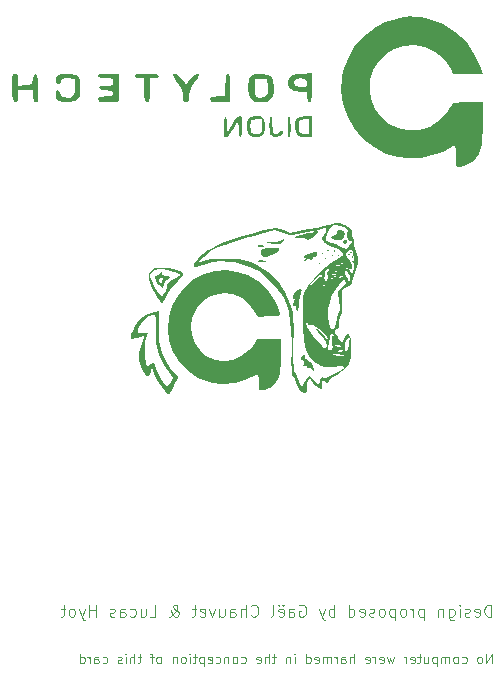
<source format=gbr>
%TF.GenerationSoftware,KiCad,Pcbnew,8.0.8*%
%TF.CreationDate,2025-02-11T11:45:33+01:00*%
%TF.ProjectId,projet,70726f6a-6574-42e6-9b69-6361645f7063,rev?*%
%TF.SameCoordinates,Original*%
%TF.FileFunction,Legend,Bot*%
%TF.FilePolarity,Positive*%
%FSLAX46Y46*%
G04 Gerber Fmt 4.6, Leading zero omitted, Abs format (unit mm)*
G04 Created by KiCad (PCBNEW 8.0.8) date 2025-02-11 11:45:33*
%MOMM*%
%LPD*%
G01*
G04 APERTURE LIST*
%ADD10C,0.100000*%
%ADD11C,0.000000*%
G04 APERTURE END LIST*
D10*
X95696115Y-112423574D02*
X95696115Y-111423574D01*
X95696115Y-111423574D02*
X95458020Y-111423574D01*
X95458020Y-111423574D02*
X95315163Y-111471193D01*
X95315163Y-111471193D02*
X95219925Y-111566431D01*
X95219925Y-111566431D02*
X95172306Y-111661669D01*
X95172306Y-111661669D02*
X95124687Y-111852145D01*
X95124687Y-111852145D02*
X95124687Y-111995002D01*
X95124687Y-111995002D02*
X95172306Y-112185478D01*
X95172306Y-112185478D02*
X95219925Y-112280716D01*
X95219925Y-112280716D02*
X95315163Y-112375955D01*
X95315163Y-112375955D02*
X95458020Y-112423574D01*
X95458020Y-112423574D02*
X95696115Y-112423574D01*
X94315163Y-112375955D02*
X94410401Y-112423574D01*
X94410401Y-112423574D02*
X94600877Y-112423574D01*
X94600877Y-112423574D02*
X94696115Y-112375955D01*
X94696115Y-112375955D02*
X94743734Y-112280716D01*
X94743734Y-112280716D02*
X94743734Y-111899764D01*
X94743734Y-111899764D02*
X94696115Y-111804526D01*
X94696115Y-111804526D02*
X94600877Y-111756907D01*
X94600877Y-111756907D02*
X94410401Y-111756907D01*
X94410401Y-111756907D02*
X94315163Y-111804526D01*
X94315163Y-111804526D02*
X94267544Y-111899764D01*
X94267544Y-111899764D02*
X94267544Y-111995002D01*
X94267544Y-111995002D02*
X94743734Y-112090240D01*
X93886591Y-112375955D02*
X93791353Y-112423574D01*
X93791353Y-112423574D02*
X93600877Y-112423574D01*
X93600877Y-112423574D02*
X93505639Y-112375955D01*
X93505639Y-112375955D02*
X93458020Y-112280716D01*
X93458020Y-112280716D02*
X93458020Y-112233097D01*
X93458020Y-112233097D02*
X93505639Y-112137859D01*
X93505639Y-112137859D02*
X93600877Y-112090240D01*
X93600877Y-112090240D02*
X93743734Y-112090240D01*
X93743734Y-112090240D02*
X93838972Y-112042621D01*
X93838972Y-112042621D02*
X93886591Y-111947383D01*
X93886591Y-111947383D02*
X93886591Y-111899764D01*
X93886591Y-111899764D02*
X93838972Y-111804526D01*
X93838972Y-111804526D02*
X93743734Y-111756907D01*
X93743734Y-111756907D02*
X93600877Y-111756907D01*
X93600877Y-111756907D02*
X93505639Y-111804526D01*
X93029448Y-112423574D02*
X93029448Y-111756907D01*
X93029448Y-111423574D02*
X93077067Y-111471193D01*
X93077067Y-111471193D02*
X93029448Y-111518812D01*
X93029448Y-111518812D02*
X92981829Y-111471193D01*
X92981829Y-111471193D02*
X93029448Y-111423574D01*
X93029448Y-111423574D02*
X93029448Y-111518812D01*
X92124687Y-111756907D02*
X92124687Y-112566431D01*
X92124687Y-112566431D02*
X92172306Y-112661669D01*
X92172306Y-112661669D02*
X92219925Y-112709288D01*
X92219925Y-112709288D02*
X92315163Y-112756907D01*
X92315163Y-112756907D02*
X92458020Y-112756907D01*
X92458020Y-112756907D02*
X92553258Y-112709288D01*
X92124687Y-112375955D02*
X92219925Y-112423574D01*
X92219925Y-112423574D02*
X92410401Y-112423574D01*
X92410401Y-112423574D02*
X92505639Y-112375955D01*
X92505639Y-112375955D02*
X92553258Y-112328335D01*
X92553258Y-112328335D02*
X92600877Y-112233097D01*
X92600877Y-112233097D02*
X92600877Y-111947383D01*
X92600877Y-111947383D02*
X92553258Y-111852145D01*
X92553258Y-111852145D02*
X92505639Y-111804526D01*
X92505639Y-111804526D02*
X92410401Y-111756907D01*
X92410401Y-111756907D02*
X92219925Y-111756907D01*
X92219925Y-111756907D02*
X92124687Y-111804526D01*
X91648496Y-111756907D02*
X91648496Y-112423574D01*
X91648496Y-111852145D02*
X91600877Y-111804526D01*
X91600877Y-111804526D02*
X91505639Y-111756907D01*
X91505639Y-111756907D02*
X91362782Y-111756907D01*
X91362782Y-111756907D02*
X91267544Y-111804526D01*
X91267544Y-111804526D02*
X91219925Y-111899764D01*
X91219925Y-111899764D02*
X91219925Y-112423574D01*
X89981829Y-111756907D02*
X89981829Y-112756907D01*
X89981829Y-111804526D02*
X89886591Y-111756907D01*
X89886591Y-111756907D02*
X89696115Y-111756907D01*
X89696115Y-111756907D02*
X89600877Y-111804526D01*
X89600877Y-111804526D02*
X89553258Y-111852145D01*
X89553258Y-111852145D02*
X89505639Y-111947383D01*
X89505639Y-111947383D02*
X89505639Y-112233097D01*
X89505639Y-112233097D02*
X89553258Y-112328335D01*
X89553258Y-112328335D02*
X89600877Y-112375955D01*
X89600877Y-112375955D02*
X89696115Y-112423574D01*
X89696115Y-112423574D02*
X89886591Y-112423574D01*
X89886591Y-112423574D02*
X89981829Y-112375955D01*
X89077067Y-112423574D02*
X89077067Y-111756907D01*
X89077067Y-111947383D02*
X89029448Y-111852145D01*
X89029448Y-111852145D02*
X88981829Y-111804526D01*
X88981829Y-111804526D02*
X88886591Y-111756907D01*
X88886591Y-111756907D02*
X88791353Y-111756907D01*
X88315162Y-112423574D02*
X88410400Y-112375955D01*
X88410400Y-112375955D02*
X88458019Y-112328335D01*
X88458019Y-112328335D02*
X88505638Y-112233097D01*
X88505638Y-112233097D02*
X88505638Y-111947383D01*
X88505638Y-111947383D02*
X88458019Y-111852145D01*
X88458019Y-111852145D02*
X88410400Y-111804526D01*
X88410400Y-111804526D02*
X88315162Y-111756907D01*
X88315162Y-111756907D02*
X88172305Y-111756907D01*
X88172305Y-111756907D02*
X88077067Y-111804526D01*
X88077067Y-111804526D02*
X88029448Y-111852145D01*
X88029448Y-111852145D02*
X87981829Y-111947383D01*
X87981829Y-111947383D02*
X87981829Y-112233097D01*
X87981829Y-112233097D02*
X88029448Y-112328335D01*
X88029448Y-112328335D02*
X88077067Y-112375955D01*
X88077067Y-112375955D02*
X88172305Y-112423574D01*
X88172305Y-112423574D02*
X88315162Y-112423574D01*
X87553257Y-111756907D02*
X87553257Y-112756907D01*
X87553257Y-111804526D02*
X87458019Y-111756907D01*
X87458019Y-111756907D02*
X87267543Y-111756907D01*
X87267543Y-111756907D02*
X87172305Y-111804526D01*
X87172305Y-111804526D02*
X87124686Y-111852145D01*
X87124686Y-111852145D02*
X87077067Y-111947383D01*
X87077067Y-111947383D02*
X87077067Y-112233097D01*
X87077067Y-112233097D02*
X87124686Y-112328335D01*
X87124686Y-112328335D02*
X87172305Y-112375955D01*
X87172305Y-112375955D02*
X87267543Y-112423574D01*
X87267543Y-112423574D02*
X87458019Y-112423574D01*
X87458019Y-112423574D02*
X87553257Y-112375955D01*
X86505638Y-112423574D02*
X86600876Y-112375955D01*
X86600876Y-112375955D02*
X86648495Y-112328335D01*
X86648495Y-112328335D02*
X86696114Y-112233097D01*
X86696114Y-112233097D02*
X86696114Y-111947383D01*
X86696114Y-111947383D02*
X86648495Y-111852145D01*
X86648495Y-111852145D02*
X86600876Y-111804526D01*
X86600876Y-111804526D02*
X86505638Y-111756907D01*
X86505638Y-111756907D02*
X86362781Y-111756907D01*
X86362781Y-111756907D02*
X86267543Y-111804526D01*
X86267543Y-111804526D02*
X86219924Y-111852145D01*
X86219924Y-111852145D02*
X86172305Y-111947383D01*
X86172305Y-111947383D02*
X86172305Y-112233097D01*
X86172305Y-112233097D02*
X86219924Y-112328335D01*
X86219924Y-112328335D02*
X86267543Y-112375955D01*
X86267543Y-112375955D02*
X86362781Y-112423574D01*
X86362781Y-112423574D02*
X86505638Y-112423574D01*
X85791352Y-112375955D02*
X85696114Y-112423574D01*
X85696114Y-112423574D02*
X85505638Y-112423574D01*
X85505638Y-112423574D02*
X85410400Y-112375955D01*
X85410400Y-112375955D02*
X85362781Y-112280716D01*
X85362781Y-112280716D02*
X85362781Y-112233097D01*
X85362781Y-112233097D02*
X85410400Y-112137859D01*
X85410400Y-112137859D02*
X85505638Y-112090240D01*
X85505638Y-112090240D02*
X85648495Y-112090240D01*
X85648495Y-112090240D02*
X85743733Y-112042621D01*
X85743733Y-112042621D02*
X85791352Y-111947383D01*
X85791352Y-111947383D02*
X85791352Y-111899764D01*
X85791352Y-111899764D02*
X85743733Y-111804526D01*
X85743733Y-111804526D02*
X85648495Y-111756907D01*
X85648495Y-111756907D02*
X85505638Y-111756907D01*
X85505638Y-111756907D02*
X85410400Y-111804526D01*
X84553257Y-112375955D02*
X84648495Y-112423574D01*
X84648495Y-112423574D02*
X84838971Y-112423574D01*
X84838971Y-112423574D02*
X84934209Y-112375955D01*
X84934209Y-112375955D02*
X84981828Y-112280716D01*
X84981828Y-112280716D02*
X84981828Y-111899764D01*
X84981828Y-111899764D02*
X84934209Y-111804526D01*
X84934209Y-111804526D02*
X84838971Y-111756907D01*
X84838971Y-111756907D02*
X84648495Y-111756907D01*
X84648495Y-111756907D02*
X84553257Y-111804526D01*
X84553257Y-111804526D02*
X84505638Y-111899764D01*
X84505638Y-111899764D02*
X84505638Y-111995002D01*
X84505638Y-111995002D02*
X84981828Y-112090240D01*
X83648495Y-112423574D02*
X83648495Y-111423574D01*
X83648495Y-112375955D02*
X83743733Y-112423574D01*
X83743733Y-112423574D02*
X83934209Y-112423574D01*
X83934209Y-112423574D02*
X84029447Y-112375955D01*
X84029447Y-112375955D02*
X84077066Y-112328335D01*
X84077066Y-112328335D02*
X84124685Y-112233097D01*
X84124685Y-112233097D02*
X84124685Y-111947383D01*
X84124685Y-111947383D02*
X84077066Y-111852145D01*
X84077066Y-111852145D02*
X84029447Y-111804526D01*
X84029447Y-111804526D02*
X83934209Y-111756907D01*
X83934209Y-111756907D02*
X83743733Y-111756907D01*
X83743733Y-111756907D02*
X83648495Y-111804526D01*
X82410399Y-112423574D02*
X82410399Y-111423574D01*
X82410399Y-111804526D02*
X82315161Y-111756907D01*
X82315161Y-111756907D02*
X82124685Y-111756907D01*
X82124685Y-111756907D02*
X82029447Y-111804526D01*
X82029447Y-111804526D02*
X81981828Y-111852145D01*
X81981828Y-111852145D02*
X81934209Y-111947383D01*
X81934209Y-111947383D02*
X81934209Y-112233097D01*
X81934209Y-112233097D02*
X81981828Y-112328335D01*
X81981828Y-112328335D02*
X82029447Y-112375955D01*
X82029447Y-112375955D02*
X82124685Y-112423574D01*
X82124685Y-112423574D02*
X82315161Y-112423574D01*
X82315161Y-112423574D02*
X82410399Y-112375955D01*
X81600875Y-111756907D02*
X81362780Y-112423574D01*
X81124685Y-111756907D02*
X81362780Y-112423574D01*
X81362780Y-112423574D02*
X81458018Y-112661669D01*
X81458018Y-112661669D02*
X81505637Y-112709288D01*
X81505637Y-112709288D02*
X81600875Y-112756907D01*
X79458018Y-111471193D02*
X79553256Y-111423574D01*
X79553256Y-111423574D02*
X79696113Y-111423574D01*
X79696113Y-111423574D02*
X79838970Y-111471193D01*
X79838970Y-111471193D02*
X79934208Y-111566431D01*
X79934208Y-111566431D02*
X79981827Y-111661669D01*
X79981827Y-111661669D02*
X80029446Y-111852145D01*
X80029446Y-111852145D02*
X80029446Y-111995002D01*
X80029446Y-111995002D02*
X79981827Y-112185478D01*
X79981827Y-112185478D02*
X79934208Y-112280716D01*
X79934208Y-112280716D02*
X79838970Y-112375955D01*
X79838970Y-112375955D02*
X79696113Y-112423574D01*
X79696113Y-112423574D02*
X79600875Y-112423574D01*
X79600875Y-112423574D02*
X79458018Y-112375955D01*
X79458018Y-112375955D02*
X79410399Y-112328335D01*
X79410399Y-112328335D02*
X79410399Y-111995002D01*
X79410399Y-111995002D02*
X79600875Y-111995002D01*
X78553256Y-112423574D02*
X78553256Y-111899764D01*
X78553256Y-111899764D02*
X78600875Y-111804526D01*
X78600875Y-111804526D02*
X78696113Y-111756907D01*
X78696113Y-111756907D02*
X78886589Y-111756907D01*
X78886589Y-111756907D02*
X78981827Y-111804526D01*
X78553256Y-112375955D02*
X78648494Y-112423574D01*
X78648494Y-112423574D02*
X78886589Y-112423574D01*
X78886589Y-112423574D02*
X78981827Y-112375955D01*
X78981827Y-112375955D02*
X79029446Y-112280716D01*
X79029446Y-112280716D02*
X79029446Y-112185478D01*
X79029446Y-112185478D02*
X78981827Y-112090240D01*
X78981827Y-112090240D02*
X78886589Y-112042621D01*
X78886589Y-112042621D02*
X78648494Y-112042621D01*
X78648494Y-112042621D02*
X78553256Y-111995002D01*
X77696113Y-112375955D02*
X77791351Y-112423574D01*
X77791351Y-112423574D02*
X77981827Y-112423574D01*
X77981827Y-112423574D02*
X78077065Y-112375955D01*
X78077065Y-112375955D02*
X78124684Y-112280716D01*
X78124684Y-112280716D02*
X78124684Y-111899764D01*
X78124684Y-111899764D02*
X78077065Y-111804526D01*
X78077065Y-111804526D02*
X77981827Y-111756907D01*
X77981827Y-111756907D02*
X77791351Y-111756907D01*
X77791351Y-111756907D02*
X77696113Y-111804526D01*
X77696113Y-111804526D02*
X77648494Y-111899764D01*
X77648494Y-111899764D02*
X77648494Y-111995002D01*
X77648494Y-111995002D02*
X78124684Y-112090240D01*
X78077065Y-111423574D02*
X78029446Y-111471193D01*
X78029446Y-111471193D02*
X78077065Y-111518812D01*
X78077065Y-111518812D02*
X78124684Y-111471193D01*
X78124684Y-111471193D02*
X78077065Y-111423574D01*
X78077065Y-111423574D02*
X78077065Y-111518812D01*
X77696113Y-111423574D02*
X77648494Y-111471193D01*
X77648494Y-111471193D02*
X77696113Y-111518812D01*
X77696113Y-111518812D02*
X77743732Y-111471193D01*
X77743732Y-111471193D02*
X77696113Y-111423574D01*
X77696113Y-111423574D02*
X77696113Y-111518812D01*
X77077065Y-112423574D02*
X77172303Y-112375955D01*
X77172303Y-112375955D02*
X77219922Y-112280716D01*
X77219922Y-112280716D02*
X77219922Y-111423574D01*
X75362779Y-112328335D02*
X75410398Y-112375955D01*
X75410398Y-112375955D02*
X75553255Y-112423574D01*
X75553255Y-112423574D02*
X75648493Y-112423574D01*
X75648493Y-112423574D02*
X75791350Y-112375955D01*
X75791350Y-112375955D02*
X75886588Y-112280716D01*
X75886588Y-112280716D02*
X75934207Y-112185478D01*
X75934207Y-112185478D02*
X75981826Y-111995002D01*
X75981826Y-111995002D02*
X75981826Y-111852145D01*
X75981826Y-111852145D02*
X75934207Y-111661669D01*
X75934207Y-111661669D02*
X75886588Y-111566431D01*
X75886588Y-111566431D02*
X75791350Y-111471193D01*
X75791350Y-111471193D02*
X75648493Y-111423574D01*
X75648493Y-111423574D02*
X75553255Y-111423574D01*
X75553255Y-111423574D02*
X75410398Y-111471193D01*
X75410398Y-111471193D02*
X75362779Y-111518812D01*
X74934207Y-112423574D02*
X74934207Y-111423574D01*
X74505636Y-112423574D02*
X74505636Y-111899764D01*
X74505636Y-111899764D02*
X74553255Y-111804526D01*
X74553255Y-111804526D02*
X74648493Y-111756907D01*
X74648493Y-111756907D02*
X74791350Y-111756907D01*
X74791350Y-111756907D02*
X74886588Y-111804526D01*
X74886588Y-111804526D02*
X74934207Y-111852145D01*
X73600874Y-112423574D02*
X73600874Y-111899764D01*
X73600874Y-111899764D02*
X73648493Y-111804526D01*
X73648493Y-111804526D02*
X73743731Y-111756907D01*
X73743731Y-111756907D02*
X73934207Y-111756907D01*
X73934207Y-111756907D02*
X74029445Y-111804526D01*
X73600874Y-112375955D02*
X73696112Y-112423574D01*
X73696112Y-112423574D02*
X73934207Y-112423574D01*
X73934207Y-112423574D02*
X74029445Y-112375955D01*
X74029445Y-112375955D02*
X74077064Y-112280716D01*
X74077064Y-112280716D02*
X74077064Y-112185478D01*
X74077064Y-112185478D02*
X74029445Y-112090240D01*
X74029445Y-112090240D02*
X73934207Y-112042621D01*
X73934207Y-112042621D02*
X73696112Y-112042621D01*
X73696112Y-112042621D02*
X73600874Y-111995002D01*
X72696112Y-111756907D02*
X72696112Y-112423574D01*
X73124683Y-111756907D02*
X73124683Y-112280716D01*
X73124683Y-112280716D02*
X73077064Y-112375955D01*
X73077064Y-112375955D02*
X72981826Y-112423574D01*
X72981826Y-112423574D02*
X72838969Y-112423574D01*
X72838969Y-112423574D02*
X72743731Y-112375955D01*
X72743731Y-112375955D02*
X72696112Y-112328335D01*
X72315159Y-111756907D02*
X72077064Y-112423574D01*
X72077064Y-112423574D02*
X71838969Y-111756907D01*
X71077064Y-112375955D02*
X71172302Y-112423574D01*
X71172302Y-112423574D02*
X71362778Y-112423574D01*
X71362778Y-112423574D02*
X71458016Y-112375955D01*
X71458016Y-112375955D02*
X71505635Y-112280716D01*
X71505635Y-112280716D02*
X71505635Y-111899764D01*
X71505635Y-111899764D02*
X71458016Y-111804526D01*
X71458016Y-111804526D02*
X71362778Y-111756907D01*
X71362778Y-111756907D02*
X71172302Y-111756907D01*
X71172302Y-111756907D02*
X71077064Y-111804526D01*
X71077064Y-111804526D02*
X71029445Y-111899764D01*
X71029445Y-111899764D02*
X71029445Y-111995002D01*
X71029445Y-111995002D02*
X71505635Y-112090240D01*
X70743730Y-111756907D02*
X70362778Y-111756907D01*
X70600873Y-111423574D02*
X70600873Y-112280716D01*
X70600873Y-112280716D02*
X70553254Y-112375955D01*
X70553254Y-112375955D02*
X70458016Y-112423574D01*
X70458016Y-112423574D02*
X70362778Y-112423574D01*
X68458015Y-112423574D02*
X68505635Y-112423574D01*
X68505635Y-112423574D02*
X68600873Y-112375955D01*
X68600873Y-112375955D02*
X68743730Y-112233097D01*
X68743730Y-112233097D02*
X68981825Y-111947383D01*
X68981825Y-111947383D02*
X69077063Y-111804526D01*
X69077063Y-111804526D02*
X69124682Y-111661669D01*
X69124682Y-111661669D02*
X69124682Y-111566431D01*
X69124682Y-111566431D02*
X69077063Y-111471193D01*
X69077063Y-111471193D02*
X68981825Y-111423574D01*
X68981825Y-111423574D02*
X68934206Y-111423574D01*
X68934206Y-111423574D02*
X68838968Y-111471193D01*
X68838968Y-111471193D02*
X68791349Y-111566431D01*
X68791349Y-111566431D02*
X68791349Y-111614050D01*
X68791349Y-111614050D02*
X68838968Y-111709288D01*
X68838968Y-111709288D02*
X68886587Y-111756907D01*
X68886587Y-111756907D02*
X69172301Y-111947383D01*
X69172301Y-111947383D02*
X69219920Y-111995002D01*
X69219920Y-111995002D02*
X69267539Y-112090240D01*
X69267539Y-112090240D02*
X69267539Y-112233097D01*
X69267539Y-112233097D02*
X69219920Y-112328335D01*
X69219920Y-112328335D02*
X69172301Y-112375955D01*
X69172301Y-112375955D02*
X69077063Y-112423574D01*
X69077063Y-112423574D02*
X68934206Y-112423574D01*
X68934206Y-112423574D02*
X68838968Y-112375955D01*
X68838968Y-112375955D02*
X68791349Y-112328335D01*
X68791349Y-112328335D02*
X68648492Y-112137859D01*
X68648492Y-112137859D02*
X68600873Y-111995002D01*
X68600873Y-111995002D02*
X68600873Y-111899764D01*
X66791349Y-112423574D02*
X67267539Y-112423574D01*
X67267539Y-112423574D02*
X67267539Y-111423574D01*
X66029444Y-111756907D02*
X66029444Y-112423574D01*
X66458015Y-111756907D02*
X66458015Y-112280716D01*
X66458015Y-112280716D02*
X66410396Y-112375955D01*
X66410396Y-112375955D02*
X66315158Y-112423574D01*
X66315158Y-112423574D02*
X66172301Y-112423574D01*
X66172301Y-112423574D02*
X66077063Y-112375955D01*
X66077063Y-112375955D02*
X66029444Y-112328335D01*
X65124682Y-112375955D02*
X65219920Y-112423574D01*
X65219920Y-112423574D02*
X65410396Y-112423574D01*
X65410396Y-112423574D02*
X65505634Y-112375955D01*
X65505634Y-112375955D02*
X65553253Y-112328335D01*
X65553253Y-112328335D02*
X65600872Y-112233097D01*
X65600872Y-112233097D02*
X65600872Y-111947383D01*
X65600872Y-111947383D02*
X65553253Y-111852145D01*
X65553253Y-111852145D02*
X65505634Y-111804526D01*
X65505634Y-111804526D02*
X65410396Y-111756907D01*
X65410396Y-111756907D02*
X65219920Y-111756907D01*
X65219920Y-111756907D02*
X65124682Y-111804526D01*
X64267539Y-112423574D02*
X64267539Y-111899764D01*
X64267539Y-111899764D02*
X64315158Y-111804526D01*
X64315158Y-111804526D02*
X64410396Y-111756907D01*
X64410396Y-111756907D02*
X64600872Y-111756907D01*
X64600872Y-111756907D02*
X64696110Y-111804526D01*
X64267539Y-112375955D02*
X64362777Y-112423574D01*
X64362777Y-112423574D02*
X64600872Y-112423574D01*
X64600872Y-112423574D02*
X64696110Y-112375955D01*
X64696110Y-112375955D02*
X64743729Y-112280716D01*
X64743729Y-112280716D02*
X64743729Y-112185478D01*
X64743729Y-112185478D02*
X64696110Y-112090240D01*
X64696110Y-112090240D02*
X64600872Y-112042621D01*
X64600872Y-112042621D02*
X64362777Y-112042621D01*
X64362777Y-112042621D02*
X64267539Y-111995002D01*
X63838967Y-112375955D02*
X63743729Y-112423574D01*
X63743729Y-112423574D02*
X63553253Y-112423574D01*
X63553253Y-112423574D02*
X63458015Y-112375955D01*
X63458015Y-112375955D02*
X63410396Y-112280716D01*
X63410396Y-112280716D02*
X63410396Y-112233097D01*
X63410396Y-112233097D02*
X63458015Y-112137859D01*
X63458015Y-112137859D02*
X63553253Y-112090240D01*
X63553253Y-112090240D02*
X63696110Y-112090240D01*
X63696110Y-112090240D02*
X63791348Y-112042621D01*
X63791348Y-112042621D02*
X63838967Y-111947383D01*
X63838967Y-111947383D02*
X63838967Y-111899764D01*
X63838967Y-111899764D02*
X63791348Y-111804526D01*
X63791348Y-111804526D02*
X63696110Y-111756907D01*
X63696110Y-111756907D02*
X63553253Y-111756907D01*
X63553253Y-111756907D02*
X63458015Y-111804526D01*
X62219919Y-112423574D02*
X62219919Y-111423574D01*
X62219919Y-111899764D02*
X61648491Y-111899764D01*
X61648491Y-112423574D02*
X61648491Y-111423574D01*
X61267538Y-111756907D02*
X61029443Y-112423574D01*
X60791348Y-111756907D02*
X61029443Y-112423574D01*
X61029443Y-112423574D02*
X61124681Y-112661669D01*
X61124681Y-112661669D02*
X61172300Y-112709288D01*
X61172300Y-112709288D02*
X61267538Y-112756907D01*
X60267538Y-112423574D02*
X60362776Y-112375955D01*
X60362776Y-112375955D02*
X60410395Y-112328335D01*
X60410395Y-112328335D02*
X60458014Y-112233097D01*
X60458014Y-112233097D02*
X60458014Y-111947383D01*
X60458014Y-111947383D02*
X60410395Y-111852145D01*
X60410395Y-111852145D02*
X60362776Y-111804526D01*
X60362776Y-111804526D02*
X60267538Y-111756907D01*
X60267538Y-111756907D02*
X60124681Y-111756907D01*
X60124681Y-111756907D02*
X60029443Y-111804526D01*
X60029443Y-111804526D02*
X59981824Y-111852145D01*
X59981824Y-111852145D02*
X59934205Y-111947383D01*
X59934205Y-111947383D02*
X59934205Y-112233097D01*
X59934205Y-112233097D02*
X59981824Y-112328335D01*
X59981824Y-112328335D02*
X60029443Y-112375955D01*
X60029443Y-112375955D02*
X60124681Y-112423574D01*
X60124681Y-112423574D02*
X60267538Y-112423574D01*
X59648490Y-111756907D02*
X59267538Y-111756907D01*
X59505633Y-111423574D02*
X59505633Y-112280716D01*
X59505633Y-112280716D02*
X59458014Y-112375955D01*
X59458014Y-112375955D02*
X59362776Y-112423574D01*
X59362776Y-112423574D02*
X59267538Y-112423574D01*
X95743734Y-116359819D02*
X95743734Y-115559819D01*
X95743734Y-115559819D02*
X95286591Y-116359819D01*
X95286591Y-116359819D02*
X95286591Y-115559819D01*
X94791354Y-116359819D02*
X94867544Y-116321724D01*
X94867544Y-116321724D02*
X94905639Y-116283628D01*
X94905639Y-116283628D02*
X94943735Y-116207438D01*
X94943735Y-116207438D02*
X94943735Y-115978866D01*
X94943735Y-115978866D02*
X94905639Y-115902676D01*
X94905639Y-115902676D02*
X94867544Y-115864581D01*
X94867544Y-115864581D02*
X94791354Y-115826485D01*
X94791354Y-115826485D02*
X94677068Y-115826485D01*
X94677068Y-115826485D02*
X94600877Y-115864581D01*
X94600877Y-115864581D02*
X94562782Y-115902676D01*
X94562782Y-115902676D02*
X94524687Y-115978866D01*
X94524687Y-115978866D02*
X94524687Y-116207438D01*
X94524687Y-116207438D02*
X94562782Y-116283628D01*
X94562782Y-116283628D02*
X94600877Y-116321724D01*
X94600877Y-116321724D02*
X94677068Y-116359819D01*
X94677068Y-116359819D02*
X94791354Y-116359819D01*
X93229448Y-116321724D02*
X93305639Y-116359819D01*
X93305639Y-116359819D02*
X93458020Y-116359819D01*
X93458020Y-116359819D02*
X93534210Y-116321724D01*
X93534210Y-116321724D02*
X93572305Y-116283628D01*
X93572305Y-116283628D02*
X93610401Y-116207438D01*
X93610401Y-116207438D02*
X93610401Y-115978866D01*
X93610401Y-115978866D02*
X93572305Y-115902676D01*
X93572305Y-115902676D02*
X93534210Y-115864581D01*
X93534210Y-115864581D02*
X93458020Y-115826485D01*
X93458020Y-115826485D02*
X93305639Y-115826485D01*
X93305639Y-115826485D02*
X93229448Y-115864581D01*
X92772306Y-116359819D02*
X92848496Y-116321724D01*
X92848496Y-116321724D02*
X92886591Y-116283628D01*
X92886591Y-116283628D02*
X92924687Y-116207438D01*
X92924687Y-116207438D02*
X92924687Y-115978866D01*
X92924687Y-115978866D02*
X92886591Y-115902676D01*
X92886591Y-115902676D02*
X92848496Y-115864581D01*
X92848496Y-115864581D02*
X92772306Y-115826485D01*
X92772306Y-115826485D02*
X92658020Y-115826485D01*
X92658020Y-115826485D02*
X92581829Y-115864581D01*
X92581829Y-115864581D02*
X92543734Y-115902676D01*
X92543734Y-115902676D02*
X92505639Y-115978866D01*
X92505639Y-115978866D02*
X92505639Y-116207438D01*
X92505639Y-116207438D02*
X92543734Y-116283628D01*
X92543734Y-116283628D02*
X92581829Y-116321724D01*
X92581829Y-116321724D02*
X92658020Y-116359819D01*
X92658020Y-116359819D02*
X92772306Y-116359819D01*
X92162781Y-116359819D02*
X92162781Y-115826485D01*
X92162781Y-115902676D02*
X92124686Y-115864581D01*
X92124686Y-115864581D02*
X92048496Y-115826485D01*
X92048496Y-115826485D02*
X91934210Y-115826485D01*
X91934210Y-115826485D02*
X91858019Y-115864581D01*
X91858019Y-115864581D02*
X91819924Y-115940771D01*
X91819924Y-115940771D02*
X91819924Y-116359819D01*
X91819924Y-115940771D02*
X91781829Y-115864581D01*
X91781829Y-115864581D02*
X91705638Y-115826485D01*
X91705638Y-115826485D02*
X91591353Y-115826485D01*
X91591353Y-115826485D02*
X91515162Y-115864581D01*
X91515162Y-115864581D02*
X91477067Y-115940771D01*
X91477067Y-115940771D02*
X91477067Y-116359819D01*
X91096114Y-115826485D02*
X91096114Y-116626485D01*
X91096114Y-115864581D02*
X91019924Y-115826485D01*
X91019924Y-115826485D02*
X90867543Y-115826485D01*
X90867543Y-115826485D02*
X90791352Y-115864581D01*
X90791352Y-115864581D02*
X90753257Y-115902676D01*
X90753257Y-115902676D02*
X90715162Y-115978866D01*
X90715162Y-115978866D02*
X90715162Y-116207438D01*
X90715162Y-116207438D02*
X90753257Y-116283628D01*
X90753257Y-116283628D02*
X90791352Y-116321724D01*
X90791352Y-116321724D02*
X90867543Y-116359819D01*
X90867543Y-116359819D02*
X91019924Y-116359819D01*
X91019924Y-116359819D02*
X91096114Y-116321724D01*
X90029447Y-115826485D02*
X90029447Y-116359819D01*
X90372304Y-115826485D02*
X90372304Y-116245533D01*
X90372304Y-116245533D02*
X90334209Y-116321724D01*
X90334209Y-116321724D02*
X90258019Y-116359819D01*
X90258019Y-116359819D02*
X90143733Y-116359819D01*
X90143733Y-116359819D02*
X90067542Y-116321724D01*
X90067542Y-116321724D02*
X90029447Y-116283628D01*
X89762780Y-115826485D02*
X89458018Y-115826485D01*
X89648494Y-115559819D02*
X89648494Y-116245533D01*
X89648494Y-116245533D02*
X89610399Y-116321724D01*
X89610399Y-116321724D02*
X89534209Y-116359819D01*
X89534209Y-116359819D02*
X89458018Y-116359819D01*
X88886589Y-116321724D02*
X88962780Y-116359819D01*
X88962780Y-116359819D02*
X89115161Y-116359819D01*
X89115161Y-116359819D02*
X89191351Y-116321724D01*
X89191351Y-116321724D02*
X89229447Y-116245533D01*
X89229447Y-116245533D02*
X89229447Y-115940771D01*
X89229447Y-115940771D02*
X89191351Y-115864581D01*
X89191351Y-115864581D02*
X89115161Y-115826485D01*
X89115161Y-115826485D02*
X88962780Y-115826485D01*
X88962780Y-115826485D02*
X88886589Y-115864581D01*
X88886589Y-115864581D02*
X88848494Y-115940771D01*
X88848494Y-115940771D02*
X88848494Y-116016962D01*
X88848494Y-116016962D02*
X89229447Y-116093152D01*
X88505637Y-116359819D02*
X88505637Y-115826485D01*
X88505637Y-115978866D02*
X88467542Y-115902676D01*
X88467542Y-115902676D02*
X88429447Y-115864581D01*
X88429447Y-115864581D02*
X88353256Y-115826485D01*
X88353256Y-115826485D02*
X88277066Y-115826485D01*
X87477066Y-115826485D02*
X87324685Y-116359819D01*
X87324685Y-116359819D02*
X87172304Y-115978866D01*
X87172304Y-115978866D02*
X87019923Y-116359819D01*
X87019923Y-116359819D02*
X86867542Y-115826485D01*
X86258018Y-116321724D02*
X86334209Y-116359819D01*
X86334209Y-116359819D02*
X86486590Y-116359819D01*
X86486590Y-116359819D02*
X86562780Y-116321724D01*
X86562780Y-116321724D02*
X86600876Y-116245533D01*
X86600876Y-116245533D02*
X86600876Y-115940771D01*
X86600876Y-115940771D02*
X86562780Y-115864581D01*
X86562780Y-115864581D02*
X86486590Y-115826485D01*
X86486590Y-115826485D02*
X86334209Y-115826485D01*
X86334209Y-115826485D02*
X86258018Y-115864581D01*
X86258018Y-115864581D02*
X86219923Y-115940771D01*
X86219923Y-115940771D02*
X86219923Y-116016962D01*
X86219923Y-116016962D02*
X86600876Y-116093152D01*
X85877066Y-116359819D02*
X85877066Y-115826485D01*
X85877066Y-115978866D02*
X85838971Y-115902676D01*
X85838971Y-115902676D02*
X85800876Y-115864581D01*
X85800876Y-115864581D02*
X85724685Y-115826485D01*
X85724685Y-115826485D02*
X85648495Y-115826485D01*
X85077066Y-116321724D02*
X85153257Y-116359819D01*
X85153257Y-116359819D02*
X85305638Y-116359819D01*
X85305638Y-116359819D02*
X85381828Y-116321724D01*
X85381828Y-116321724D02*
X85419924Y-116245533D01*
X85419924Y-116245533D02*
X85419924Y-115940771D01*
X85419924Y-115940771D02*
X85381828Y-115864581D01*
X85381828Y-115864581D02*
X85305638Y-115826485D01*
X85305638Y-115826485D02*
X85153257Y-115826485D01*
X85153257Y-115826485D02*
X85077066Y-115864581D01*
X85077066Y-115864581D02*
X85038971Y-115940771D01*
X85038971Y-115940771D02*
X85038971Y-116016962D01*
X85038971Y-116016962D02*
X85419924Y-116093152D01*
X84086590Y-116359819D02*
X84086590Y-115559819D01*
X83743733Y-116359819D02*
X83743733Y-115940771D01*
X83743733Y-115940771D02*
X83781828Y-115864581D01*
X83781828Y-115864581D02*
X83858019Y-115826485D01*
X83858019Y-115826485D02*
X83972305Y-115826485D01*
X83972305Y-115826485D02*
X84048495Y-115864581D01*
X84048495Y-115864581D02*
X84086590Y-115902676D01*
X83019923Y-116359819D02*
X83019923Y-115940771D01*
X83019923Y-115940771D02*
X83058018Y-115864581D01*
X83058018Y-115864581D02*
X83134209Y-115826485D01*
X83134209Y-115826485D02*
X83286590Y-115826485D01*
X83286590Y-115826485D02*
X83362780Y-115864581D01*
X83019923Y-116321724D02*
X83096114Y-116359819D01*
X83096114Y-116359819D02*
X83286590Y-116359819D01*
X83286590Y-116359819D02*
X83362780Y-116321724D01*
X83362780Y-116321724D02*
X83400876Y-116245533D01*
X83400876Y-116245533D02*
X83400876Y-116169343D01*
X83400876Y-116169343D02*
X83362780Y-116093152D01*
X83362780Y-116093152D02*
X83286590Y-116055057D01*
X83286590Y-116055057D02*
X83096114Y-116055057D01*
X83096114Y-116055057D02*
X83019923Y-116016962D01*
X82638970Y-116359819D02*
X82638970Y-115826485D01*
X82638970Y-115978866D02*
X82600875Y-115902676D01*
X82600875Y-115902676D02*
X82562780Y-115864581D01*
X82562780Y-115864581D02*
X82486589Y-115826485D01*
X82486589Y-115826485D02*
X82410399Y-115826485D01*
X82143732Y-116359819D02*
X82143732Y-115826485D01*
X82143732Y-115902676D02*
X82105637Y-115864581D01*
X82105637Y-115864581D02*
X82029447Y-115826485D01*
X82029447Y-115826485D02*
X81915161Y-115826485D01*
X81915161Y-115826485D02*
X81838970Y-115864581D01*
X81838970Y-115864581D02*
X81800875Y-115940771D01*
X81800875Y-115940771D02*
X81800875Y-116359819D01*
X81800875Y-115940771D02*
X81762780Y-115864581D01*
X81762780Y-115864581D02*
X81686589Y-115826485D01*
X81686589Y-115826485D02*
X81572304Y-115826485D01*
X81572304Y-115826485D02*
X81496113Y-115864581D01*
X81496113Y-115864581D02*
X81458018Y-115940771D01*
X81458018Y-115940771D02*
X81458018Y-116359819D01*
X80772303Y-116321724D02*
X80848494Y-116359819D01*
X80848494Y-116359819D02*
X81000875Y-116359819D01*
X81000875Y-116359819D02*
X81077065Y-116321724D01*
X81077065Y-116321724D02*
X81115161Y-116245533D01*
X81115161Y-116245533D02*
X81115161Y-115940771D01*
X81115161Y-115940771D02*
X81077065Y-115864581D01*
X81077065Y-115864581D02*
X81000875Y-115826485D01*
X81000875Y-115826485D02*
X80848494Y-115826485D01*
X80848494Y-115826485D02*
X80772303Y-115864581D01*
X80772303Y-115864581D02*
X80734208Y-115940771D01*
X80734208Y-115940771D02*
X80734208Y-116016962D01*
X80734208Y-116016962D02*
X81115161Y-116093152D01*
X80048494Y-116359819D02*
X80048494Y-115559819D01*
X80048494Y-116321724D02*
X80124685Y-116359819D01*
X80124685Y-116359819D02*
X80277066Y-116359819D01*
X80277066Y-116359819D02*
X80353256Y-116321724D01*
X80353256Y-116321724D02*
X80391351Y-116283628D01*
X80391351Y-116283628D02*
X80429447Y-116207438D01*
X80429447Y-116207438D02*
X80429447Y-115978866D01*
X80429447Y-115978866D02*
X80391351Y-115902676D01*
X80391351Y-115902676D02*
X80353256Y-115864581D01*
X80353256Y-115864581D02*
X80277066Y-115826485D01*
X80277066Y-115826485D02*
X80124685Y-115826485D01*
X80124685Y-115826485D02*
X80048494Y-115864581D01*
X79058017Y-116359819D02*
X79058017Y-115826485D01*
X79058017Y-115559819D02*
X79096113Y-115597914D01*
X79096113Y-115597914D02*
X79058017Y-115636009D01*
X79058017Y-115636009D02*
X79019922Y-115597914D01*
X79019922Y-115597914D02*
X79058017Y-115559819D01*
X79058017Y-115559819D02*
X79058017Y-115636009D01*
X78677065Y-115826485D02*
X78677065Y-116359819D01*
X78677065Y-115902676D02*
X78638970Y-115864581D01*
X78638970Y-115864581D02*
X78562780Y-115826485D01*
X78562780Y-115826485D02*
X78448494Y-115826485D01*
X78448494Y-115826485D02*
X78372303Y-115864581D01*
X78372303Y-115864581D02*
X78334208Y-115940771D01*
X78334208Y-115940771D02*
X78334208Y-116359819D01*
X77458017Y-115826485D02*
X77153255Y-115826485D01*
X77343731Y-115559819D02*
X77343731Y-116245533D01*
X77343731Y-116245533D02*
X77305636Y-116321724D01*
X77305636Y-116321724D02*
X77229446Y-116359819D01*
X77229446Y-116359819D02*
X77153255Y-116359819D01*
X76886588Y-116359819D02*
X76886588Y-115559819D01*
X76543731Y-116359819D02*
X76543731Y-115940771D01*
X76543731Y-115940771D02*
X76581826Y-115864581D01*
X76581826Y-115864581D02*
X76658017Y-115826485D01*
X76658017Y-115826485D02*
X76772303Y-115826485D01*
X76772303Y-115826485D02*
X76848493Y-115864581D01*
X76848493Y-115864581D02*
X76886588Y-115902676D01*
X75858016Y-116321724D02*
X75934207Y-116359819D01*
X75934207Y-116359819D02*
X76086588Y-116359819D01*
X76086588Y-116359819D02*
X76162778Y-116321724D01*
X76162778Y-116321724D02*
X76200874Y-116245533D01*
X76200874Y-116245533D02*
X76200874Y-115940771D01*
X76200874Y-115940771D02*
X76162778Y-115864581D01*
X76162778Y-115864581D02*
X76086588Y-115826485D01*
X76086588Y-115826485D02*
X75934207Y-115826485D01*
X75934207Y-115826485D02*
X75858016Y-115864581D01*
X75858016Y-115864581D02*
X75819921Y-115940771D01*
X75819921Y-115940771D02*
X75819921Y-116016962D01*
X75819921Y-116016962D02*
X76200874Y-116093152D01*
X74524683Y-116321724D02*
X74600874Y-116359819D01*
X74600874Y-116359819D02*
X74753255Y-116359819D01*
X74753255Y-116359819D02*
X74829445Y-116321724D01*
X74829445Y-116321724D02*
X74867540Y-116283628D01*
X74867540Y-116283628D02*
X74905636Y-116207438D01*
X74905636Y-116207438D02*
X74905636Y-115978866D01*
X74905636Y-115978866D02*
X74867540Y-115902676D01*
X74867540Y-115902676D02*
X74829445Y-115864581D01*
X74829445Y-115864581D02*
X74753255Y-115826485D01*
X74753255Y-115826485D02*
X74600874Y-115826485D01*
X74600874Y-115826485D02*
X74524683Y-115864581D01*
X74067541Y-116359819D02*
X74143731Y-116321724D01*
X74143731Y-116321724D02*
X74181826Y-116283628D01*
X74181826Y-116283628D02*
X74219922Y-116207438D01*
X74219922Y-116207438D02*
X74219922Y-115978866D01*
X74219922Y-115978866D02*
X74181826Y-115902676D01*
X74181826Y-115902676D02*
X74143731Y-115864581D01*
X74143731Y-115864581D02*
X74067541Y-115826485D01*
X74067541Y-115826485D02*
X73953255Y-115826485D01*
X73953255Y-115826485D02*
X73877064Y-115864581D01*
X73877064Y-115864581D02*
X73838969Y-115902676D01*
X73838969Y-115902676D02*
X73800874Y-115978866D01*
X73800874Y-115978866D02*
X73800874Y-116207438D01*
X73800874Y-116207438D02*
X73838969Y-116283628D01*
X73838969Y-116283628D02*
X73877064Y-116321724D01*
X73877064Y-116321724D02*
X73953255Y-116359819D01*
X73953255Y-116359819D02*
X74067541Y-116359819D01*
X73458016Y-115826485D02*
X73458016Y-116359819D01*
X73458016Y-115902676D02*
X73419921Y-115864581D01*
X73419921Y-115864581D02*
X73343731Y-115826485D01*
X73343731Y-115826485D02*
X73229445Y-115826485D01*
X73229445Y-115826485D02*
X73153254Y-115864581D01*
X73153254Y-115864581D02*
X73115159Y-115940771D01*
X73115159Y-115940771D02*
X73115159Y-116359819D01*
X72391349Y-116321724D02*
X72467540Y-116359819D01*
X72467540Y-116359819D02*
X72619921Y-116359819D01*
X72619921Y-116359819D02*
X72696111Y-116321724D01*
X72696111Y-116321724D02*
X72734206Y-116283628D01*
X72734206Y-116283628D02*
X72772302Y-116207438D01*
X72772302Y-116207438D02*
X72772302Y-115978866D01*
X72772302Y-115978866D02*
X72734206Y-115902676D01*
X72734206Y-115902676D02*
X72696111Y-115864581D01*
X72696111Y-115864581D02*
X72619921Y-115826485D01*
X72619921Y-115826485D02*
X72467540Y-115826485D01*
X72467540Y-115826485D02*
X72391349Y-115864581D01*
X71743730Y-116321724D02*
X71819921Y-116359819D01*
X71819921Y-116359819D02*
X71972302Y-116359819D01*
X71972302Y-116359819D02*
X72048492Y-116321724D01*
X72048492Y-116321724D02*
X72086588Y-116245533D01*
X72086588Y-116245533D02*
X72086588Y-115940771D01*
X72086588Y-115940771D02*
X72048492Y-115864581D01*
X72048492Y-115864581D02*
X71972302Y-115826485D01*
X71972302Y-115826485D02*
X71819921Y-115826485D01*
X71819921Y-115826485D02*
X71743730Y-115864581D01*
X71743730Y-115864581D02*
X71705635Y-115940771D01*
X71705635Y-115940771D02*
X71705635Y-116016962D01*
X71705635Y-116016962D02*
X72086588Y-116093152D01*
X71362778Y-115826485D02*
X71362778Y-116626485D01*
X71362778Y-115864581D02*
X71286588Y-115826485D01*
X71286588Y-115826485D02*
X71134207Y-115826485D01*
X71134207Y-115826485D02*
X71058016Y-115864581D01*
X71058016Y-115864581D02*
X71019921Y-115902676D01*
X71019921Y-115902676D02*
X70981826Y-115978866D01*
X70981826Y-115978866D02*
X70981826Y-116207438D01*
X70981826Y-116207438D02*
X71019921Y-116283628D01*
X71019921Y-116283628D02*
X71058016Y-116321724D01*
X71058016Y-116321724D02*
X71134207Y-116359819D01*
X71134207Y-116359819D02*
X71286588Y-116359819D01*
X71286588Y-116359819D02*
X71362778Y-116321724D01*
X70753254Y-115826485D02*
X70448492Y-115826485D01*
X70638968Y-115559819D02*
X70638968Y-116245533D01*
X70638968Y-116245533D02*
X70600873Y-116321724D01*
X70600873Y-116321724D02*
X70524683Y-116359819D01*
X70524683Y-116359819D02*
X70448492Y-116359819D01*
X70181825Y-116359819D02*
X70181825Y-115826485D01*
X70181825Y-115559819D02*
X70219921Y-115597914D01*
X70219921Y-115597914D02*
X70181825Y-115636009D01*
X70181825Y-115636009D02*
X70143730Y-115597914D01*
X70143730Y-115597914D02*
X70181825Y-115559819D01*
X70181825Y-115559819D02*
X70181825Y-115636009D01*
X69686588Y-116359819D02*
X69762778Y-116321724D01*
X69762778Y-116321724D02*
X69800873Y-116283628D01*
X69800873Y-116283628D02*
X69838969Y-116207438D01*
X69838969Y-116207438D02*
X69838969Y-115978866D01*
X69838969Y-115978866D02*
X69800873Y-115902676D01*
X69800873Y-115902676D02*
X69762778Y-115864581D01*
X69762778Y-115864581D02*
X69686588Y-115826485D01*
X69686588Y-115826485D02*
X69572302Y-115826485D01*
X69572302Y-115826485D02*
X69496111Y-115864581D01*
X69496111Y-115864581D02*
X69458016Y-115902676D01*
X69458016Y-115902676D02*
X69419921Y-115978866D01*
X69419921Y-115978866D02*
X69419921Y-116207438D01*
X69419921Y-116207438D02*
X69458016Y-116283628D01*
X69458016Y-116283628D02*
X69496111Y-116321724D01*
X69496111Y-116321724D02*
X69572302Y-116359819D01*
X69572302Y-116359819D02*
X69686588Y-116359819D01*
X69077063Y-115826485D02*
X69077063Y-116359819D01*
X69077063Y-115902676D02*
X69038968Y-115864581D01*
X69038968Y-115864581D02*
X68962778Y-115826485D01*
X68962778Y-115826485D02*
X68848492Y-115826485D01*
X68848492Y-115826485D02*
X68772301Y-115864581D01*
X68772301Y-115864581D02*
X68734206Y-115940771D01*
X68734206Y-115940771D02*
X68734206Y-116359819D01*
X67629444Y-116359819D02*
X67705634Y-116321724D01*
X67705634Y-116321724D02*
X67743729Y-116283628D01*
X67743729Y-116283628D02*
X67781825Y-116207438D01*
X67781825Y-116207438D02*
X67781825Y-115978866D01*
X67781825Y-115978866D02*
X67743729Y-115902676D01*
X67743729Y-115902676D02*
X67705634Y-115864581D01*
X67705634Y-115864581D02*
X67629444Y-115826485D01*
X67629444Y-115826485D02*
X67515158Y-115826485D01*
X67515158Y-115826485D02*
X67438967Y-115864581D01*
X67438967Y-115864581D02*
X67400872Y-115902676D01*
X67400872Y-115902676D02*
X67362777Y-115978866D01*
X67362777Y-115978866D02*
X67362777Y-116207438D01*
X67362777Y-116207438D02*
X67400872Y-116283628D01*
X67400872Y-116283628D02*
X67438967Y-116321724D01*
X67438967Y-116321724D02*
X67515158Y-116359819D01*
X67515158Y-116359819D02*
X67629444Y-116359819D01*
X67134205Y-115826485D02*
X66829443Y-115826485D01*
X67019919Y-116359819D02*
X67019919Y-115674104D01*
X67019919Y-115674104D02*
X66981824Y-115597914D01*
X66981824Y-115597914D02*
X66905634Y-115559819D01*
X66905634Y-115559819D02*
X66829443Y-115559819D01*
X66067538Y-115826485D02*
X65762776Y-115826485D01*
X65953252Y-115559819D02*
X65953252Y-116245533D01*
X65953252Y-116245533D02*
X65915157Y-116321724D01*
X65915157Y-116321724D02*
X65838967Y-116359819D01*
X65838967Y-116359819D02*
X65762776Y-116359819D01*
X65496109Y-116359819D02*
X65496109Y-115559819D01*
X65153252Y-116359819D02*
X65153252Y-115940771D01*
X65153252Y-115940771D02*
X65191347Y-115864581D01*
X65191347Y-115864581D02*
X65267538Y-115826485D01*
X65267538Y-115826485D02*
X65381824Y-115826485D01*
X65381824Y-115826485D02*
X65458014Y-115864581D01*
X65458014Y-115864581D02*
X65496109Y-115902676D01*
X64772299Y-116359819D02*
X64772299Y-115826485D01*
X64772299Y-115559819D02*
X64810395Y-115597914D01*
X64810395Y-115597914D02*
X64772299Y-115636009D01*
X64772299Y-115636009D02*
X64734204Y-115597914D01*
X64734204Y-115597914D02*
X64772299Y-115559819D01*
X64772299Y-115559819D02*
X64772299Y-115636009D01*
X64429443Y-116321724D02*
X64353252Y-116359819D01*
X64353252Y-116359819D02*
X64200871Y-116359819D01*
X64200871Y-116359819D02*
X64124681Y-116321724D01*
X64124681Y-116321724D02*
X64086585Y-116245533D01*
X64086585Y-116245533D02*
X64086585Y-116207438D01*
X64086585Y-116207438D02*
X64124681Y-116131247D01*
X64124681Y-116131247D02*
X64200871Y-116093152D01*
X64200871Y-116093152D02*
X64315157Y-116093152D01*
X64315157Y-116093152D02*
X64391347Y-116055057D01*
X64391347Y-116055057D02*
X64429443Y-115978866D01*
X64429443Y-115978866D02*
X64429443Y-115940771D01*
X64429443Y-115940771D02*
X64391347Y-115864581D01*
X64391347Y-115864581D02*
X64315157Y-115826485D01*
X64315157Y-115826485D02*
X64200871Y-115826485D01*
X64200871Y-115826485D02*
X64124681Y-115864581D01*
X62791347Y-116321724D02*
X62867538Y-116359819D01*
X62867538Y-116359819D02*
X63019919Y-116359819D01*
X63019919Y-116359819D02*
X63096109Y-116321724D01*
X63096109Y-116321724D02*
X63134204Y-116283628D01*
X63134204Y-116283628D02*
X63172300Y-116207438D01*
X63172300Y-116207438D02*
X63172300Y-115978866D01*
X63172300Y-115978866D02*
X63134204Y-115902676D01*
X63134204Y-115902676D02*
X63096109Y-115864581D01*
X63096109Y-115864581D02*
X63019919Y-115826485D01*
X63019919Y-115826485D02*
X62867538Y-115826485D01*
X62867538Y-115826485D02*
X62791347Y-115864581D01*
X62105633Y-116359819D02*
X62105633Y-115940771D01*
X62105633Y-115940771D02*
X62143728Y-115864581D01*
X62143728Y-115864581D02*
X62219919Y-115826485D01*
X62219919Y-115826485D02*
X62372300Y-115826485D01*
X62372300Y-115826485D02*
X62448490Y-115864581D01*
X62105633Y-116321724D02*
X62181824Y-116359819D01*
X62181824Y-116359819D02*
X62372300Y-116359819D01*
X62372300Y-116359819D02*
X62448490Y-116321724D01*
X62448490Y-116321724D02*
X62486586Y-116245533D01*
X62486586Y-116245533D02*
X62486586Y-116169343D01*
X62486586Y-116169343D02*
X62448490Y-116093152D01*
X62448490Y-116093152D02*
X62372300Y-116055057D01*
X62372300Y-116055057D02*
X62181824Y-116055057D01*
X62181824Y-116055057D02*
X62105633Y-116016962D01*
X61724680Y-116359819D02*
X61724680Y-115826485D01*
X61724680Y-115978866D02*
X61686585Y-115902676D01*
X61686585Y-115902676D02*
X61648490Y-115864581D01*
X61648490Y-115864581D02*
X61572299Y-115826485D01*
X61572299Y-115826485D02*
X61496109Y-115826485D01*
X60886585Y-116359819D02*
X60886585Y-115559819D01*
X60886585Y-116321724D02*
X60962776Y-116359819D01*
X60962776Y-116359819D02*
X61115157Y-116359819D01*
X61115157Y-116359819D02*
X61191347Y-116321724D01*
X61191347Y-116321724D02*
X61229442Y-116283628D01*
X61229442Y-116283628D02*
X61267538Y-116207438D01*
X61267538Y-116207438D02*
X61267538Y-115978866D01*
X61267538Y-115978866D02*
X61229442Y-115902676D01*
X61229442Y-115902676D02*
X61191347Y-115864581D01*
X61191347Y-115864581D02*
X61115157Y-115826485D01*
X61115157Y-115826485D02*
X60962776Y-115826485D01*
X60962776Y-115826485D02*
X60886585Y-115864581D01*
D11*
%TO.C,G\u002A\u002A\u002A*%
G36*
X78596797Y-70053154D02*
G01*
X78656829Y-70182697D01*
X78698062Y-70481943D01*
X78718480Y-70870243D01*
X78716067Y-71266946D01*
X78688806Y-71591402D01*
X78634680Y-71762963D01*
X78593446Y-71801339D01*
X78523235Y-71824693D01*
X78484161Y-71719001D01*
X78467277Y-71441770D01*
X78463637Y-70950505D01*
X78463637Y-70949634D01*
X78480642Y-70489185D01*
X78526113Y-70171176D01*
X78591919Y-70052525D01*
X78596797Y-70053154D01*
G37*
G36*
X73424373Y-66463286D02*
G01*
X73506536Y-66533363D01*
X73556815Y-66730716D01*
X73582002Y-67098356D01*
X73588889Y-67679293D01*
X73588889Y-68897980D01*
X72755051Y-68897980D01*
X72325183Y-68891093D01*
X72062960Y-68857675D01*
X71947201Y-68780263D01*
X71921212Y-68641414D01*
X71923957Y-68582071D01*
X71986028Y-68455691D01*
X72177904Y-68398356D01*
X72562627Y-68384848D01*
X73204041Y-68384848D01*
X73204041Y-67422727D01*
X73208450Y-67053391D01*
X73235388Y-66693134D01*
X73294966Y-66511005D01*
X73396465Y-66460606D01*
X73424373Y-66463286D01*
G37*
G36*
X77105697Y-70116734D02*
G01*
X77159833Y-70374468D01*
X77180808Y-70762107D01*
X77196655Y-71165478D01*
X77261892Y-71433145D01*
X77391783Y-71552647D01*
X77533014Y-71566116D01*
X77758703Y-71420338D01*
X77863361Y-71297746D01*
X77996718Y-71207071D01*
X78075276Y-71292881D01*
X78047717Y-71492861D01*
X77924849Y-71694545D01*
X77795902Y-71779014D01*
X77501515Y-71848485D01*
X77328279Y-71823069D01*
X77078182Y-71694545D01*
X77006895Y-71538261D01*
X76952034Y-71219712D01*
X76927900Y-70830746D01*
X76935758Y-70452480D01*
X76976878Y-70166034D01*
X77052526Y-70052525D01*
X77105697Y-70116734D01*
G37*
G36*
X66987892Y-66466732D02*
G01*
X67335876Y-66495047D01*
X67511259Y-66554299D01*
X67559596Y-66653030D01*
X67480281Y-66788085D01*
X67174748Y-66845454D01*
X66789899Y-66845454D01*
X66789899Y-67881123D01*
X66789368Y-68080197D01*
X66778270Y-68519129D01*
X66744477Y-68765738D01*
X66677138Y-68868008D01*
X66565404Y-68873924D01*
X66457021Y-68820496D01*
X66378941Y-68663372D01*
X66332110Y-68353204D01*
X66303443Y-67838255D01*
X66265976Y-66845454D01*
X65886523Y-66845454D01*
X65621547Y-66805952D01*
X65507071Y-66653030D01*
X65539741Y-66567801D01*
X65690755Y-66502554D01*
X66006767Y-66469669D01*
X66533334Y-66460606D01*
X66987892Y-66466732D01*
G37*
G36*
X80516162Y-71848485D02*
G01*
X80058739Y-71848485D01*
X79676832Y-71825719D01*
X79330392Y-71699849D01*
X79154190Y-71428390D01*
X79105051Y-70971648D01*
X79106281Y-70950505D01*
X79425758Y-70950505D01*
X79428104Y-71170843D01*
X79464753Y-71419414D01*
X79586111Y-71526861D01*
X79842677Y-71567976D01*
X80259596Y-71608175D01*
X80259596Y-70950505D01*
X80259596Y-70292835D01*
X79842677Y-70333034D01*
X79683707Y-70351610D01*
X79506736Y-70419417D01*
X79437586Y-70594119D01*
X79425758Y-70950505D01*
X79106281Y-70950505D01*
X79127884Y-70579008D01*
X79248451Y-70254979D01*
X79512592Y-70095254D01*
X79964546Y-70052525D01*
X80516162Y-70052525D01*
X80516162Y-70950505D01*
X80516162Y-71848485D01*
G37*
G36*
X73260224Y-70126095D02*
G01*
X73314418Y-70393846D01*
X73337335Y-70790151D01*
X73342347Y-71527778D01*
X73754254Y-70791891D01*
X73936663Y-70492168D01*
X74193340Y-70170078D01*
X74390657Y-70054265D01*
X74498412Y-70079140D01*
X74572085Y-70201355D01*
X74606590Y-70474208D01*
X74615152Y-70950505D01*
X74613387Y-71108541D01*
X74581092Y-71558239D01*
X74520581Y-71795698D01*
X74448169Y-71810507D01*
X74380175Y-71592257D01*
X74332917Y-71130541D01*
X74294445Y-70412597D01*
X73904613Y-71097673D01*
X73707261Y-71408105D01*
X73471923Y-71697111D01*
X73295270Y-71825023D01*
X73182754Y-71817287D01*
X73114841Y-71704360D01*
X73083411Y-71435261D01*
X73075758Y-70959911D01*
X73075761Y-70952722D01*
X73093000Y-70490098D01*
X73138410Y-70171290D01*
X73204041Y-70052525D01*
X73260224Y-70126095D01*
G37*
G36*
X70870734Y-66462614D02*
G01*
X70984487Y-66494692D01*
X70980569Y-66601025D01*
X70847611Y-66825813D01*
X70574243Y-67213256D01*
X70364157Y-67531015D01*
X70178450Y-67948577D01*
X70125253Y-68368098D01*
X70109155Y-68687434D01*
X70034455Y-68856475D01*
X69868687Y-68897980D01*
X69714763Y-68865209D01*
X69632368Y-68711586D01*
X69612121Y-68369965D01*
X69590374Y-68090299D01*
X69455806Y-67690613D01*
X69163132Y-67230303D01*
X69045325Y-67068786D01*
X68820110Y-66740140D01*
X68737395Y-66557036D01*
X68785857Y-66477762D01*
X68954171Y-66460606D01*
X69015801Y-66472047D01*
X69255065Y-66628133D01*
X69499373Y-66908719D01*
X69577627Y-67020610D01*
X69763916Y-67260750D01*
X69868687Y-67356121D01*
X69892385Y-67342996D01*
X70028858Y-67185806D01*
X70222644Y-66908008D01*
X70258468Y-66854946D01*
X70522550Y-66569537D01*
X70767846Y-66460606D01*
X70870734Y-66462614D01*
G37*
G36*
X76530931Y-71147064D02*
G01*
X76453734Y-71503600D01*
X76314899Y-71709927D01*
X75936133Y-71830197D01*
X75520704Y-71808928D01*
X75201588Y-71646897D01*
X75104172Y-71495646D01*
X75013530Y-71115340D01*
X75016386Y-70950505D01*
X75320707Y-70950505D01*
X75322708Y-71150927D01*
X75356787Y-71410293D01*
X75470235Y-71523809D01*
X75710166Y-71565928D01*
X75961848Y-71576338D01*
X76168768Y-71503147D01*
X76261463Y-71281143D01*
X76282829Y-70857239D01*
X76282829Y-70293603D01*
X75801768Y-70333418D01*
X75587401Y-70354713D01*
X75400427Y-70421211D01*
X75330934Y-70594916D01*
X75320707Y-70950505D01*
X75016386Y-70950505D01*
X75021101Y-70678444D01*
X75132797Y-70300657D01*
X75147675Y-70276538D01*
X75384784Y-70118465D01*
X75743284Y-70048593D01*
X76113424Y-70075176D01*
X76385455Y-70206465D01*
X76481647Y-70383194D01*
X76541799Y-70740276D01*
X76538674Y-70857239D01*
X76530931Y-71147064D01*
G37*
G36*
X77309091Y-67707837D02*
G01*
X77299458Y-67999325D01*
X77223356Y-68381693D01*
X77052526Y-68641414D01*
X77044210Y-68649609D01*
X76714030Y-68839290D01*
X76218687Y-68897980D01*
X76207092Y-68897960D01*
X75694119Y-68834378D01*
X75361546Y-68627142D01*
X75182044Y-68245155D01*
X75128283Y-67657323D01*
X75130740Y-67486140D01*
X75195149Y-66976446D01*
X75233486Y-66909596D01*
X75705556Y-66909596D01*
X75705556Y-67679293D01*
X75705622Y-67783438D01*
X75715192Y-68166203D01*
X75762345Y-68368201D01*
X75877332Y-68452560D01*
X76090404Y-68482410D01*
X76434139Y-68481252D01*
X76666375Y-68365361D01*
X76767691Y-68086906D01*
X76771284Y-67603010D01*
X76731818Y-66909596D01*
X76218687Y-66909596D01*
X75705556Y-66909596D01*
X75233486Y-66909596D01*
X75375047Y-66662747D01*
X75707930Y-66504361D01*
X76231295Y-66460606D01*
X76350788Y-66462520D01*
X76817929Y-66536140D01*
X77112078Y-66743605D01*
X77265158Y-67121857D01*
X77301232Y-67603010D01*
X77309091Y-67707837D01*
G37*
G36*
X60138991Y-66469614D02*
G01*
X60536742Y-66540539D01*
X60763344Y-66722814D01*
X60865244Y-67064182D01*
X60888889Y-67612391D01*
X60881772Y-68033603D01*
X60844249Y-68359123D01*
X60757721Y-68557311D01*
X60603780Y-68698281D01*
X60423341Y-68789023D01*
X59974020Y-68883364D01*
X59484562Y-68877318D01*
X59084496Y-68765183D01*
X59017296Y-68716817D01*
X58877718Y-68489646D01*
X58829157Y-68209712D01*
X58877539Y-67972056D01*
X59028788Y-67871717D01*
X59137215Y-67914226D01*
X59221212Y-68114558D01*
X59250718Y-68259650D01*
X59476678Y-68449336D01*
X59921552Y-68513131D01*
X60022341Y-68507403D01*
X60310937Y-68376183D01*
X60459533Y-68056649D01*
X60479406Y-67528906D01*
X60439899Y-66909596D01*
X59911375Y-66870964D01*
X59595545Y-66863731D01*
X59401590Y-66927236D01*
X59314041Y-67095459D01*
X59260379Y-67224024D01*
X59088445Y-67353934D01*
X58915292Y-67298311D01*
X58836364Y-67063535D01*
X58843464Y-66941546D01*
X58964897Y-66660126D01*
X59262220Y-66506928D01*
X59768434Y-66460606D01*
X60138991Y-66469614D01*
G37*
G36*
X80516162Y-67673432D02*
G01*
X80515700Y-67858531D01*
X80504511Y-68377693D01*
X80473285Y-68695364D01*
X80415276Y-68854482D01*
X80323738Y-68897980D01*
X80311047Y-68897560D01*
X80174359Y-68785111D01*
X80131313Y-68455694D01*
X80131313Y-68013408D01*
X79462039Y-67974633D01*
X79325630Y-67965613D01*
X78965983Y-67912699D01*
X78751782Y-67798286D01*
X78596130Y-67583081D01*
X78497306Y-67385089D01*
X78480000Y-67230303D01*
X79040909Y-67230303D01*
X79067043Y-67426777D01*
X79203312Y-67540934D01*
X79523001Y-67590886D01*
X79598451Y-67596096D01*
X79931054Y-67568908D01*
X80081928Y-67430532D01*
X80093381Y-67399133D01*
X80113549Y-67084731D01*
X79919926Y-66904752D01*
X79523001Y-66869720D01*
X79230907Y-66911265D01*
X79076248Y-67014710D01*
X79040909Y-67230303D01*
X78480000Y-67230303D01*
X78471816Y-67157110D01*
X78596290Y-66877525D01*
X78602014Y-66867310D01*
X78731186Y-66680474D01*
X78901895Y-66572420D01*
X79185815Y-66516688D01*
X79654624Y-66486815D01*
X80516162Y-66448884D01*
X80516162Y-67084731D01*
X80516162Y-67673432D01*
G37*
G36*
X57172698Y-66496074D02*
G01*
X57242279Y-66676207D01*
X57289137Y-67041038D01*
X57319937Y-67626416D01*
X57327786Y-67888382D01*
X57333873Y-68362965D01*
X57326962Y-68701996D01*
X57307660Y-68845103D01*
X57277247Y-68863981D01*
X57083165Y-68897980D01*
X57074388Y-68897633D01*
X56952688Y-68762940D01*
X56912121Y-68384848D01*
X56912121Y-67871717D01*
X56270707Y-67871717D01*
X55629293Y-67871717D01*
X55629293Y-68394255D01*
X55616051Y-68690116D01*
X55550375Y-68856171D01*
X55404798Y-68873849D01*
X55356478Y-68859818D01*
X55263989Y-68772909D01*
X55204470Y-68573639D01*
X55167690Y-68213943D01*
X55143419Y-67645756D01*
X55129855Y-67105585D01*
X55135904Y-66750832D01*
X55171487Y-66557340D01*
X55245768Y-66476725D01*
X55367914Y-66460606D01*
X55524629Y-66492177D01*
X55608796Y-66642893D01*
X55629293Y-66980766D01*
X55629293Y-67500926D01*
X56238637Y-67461827D01*
X56531619Y-67438884D01*
X56756605Y-67378797D01*
X56851232Y-67232367D01*
X56887795Y-66941667D01*
X56890109Y-66915689D01*
X56966751Y-66580738D01*
X57103185Y-66460606D01*
X57172698Y-66496074D01*
G37*
G36*
X64224243Y-67593771D02*
G01*
X64222526Y-67821246D01*
X64206421Y-68301961D01*
X64176995Y-68653608D01*
X64138721Y-68812458D01*
X64002848Y-68852608D01*
X63676214Y-68885397D01*
X63240741Y-68897980D01*
X62840099Y-68891831D01*
X62573088Y-68859131D01*
X62454928Y-68781694D01*
X62428283Y-68641414D01*
X62431028Y-68582071D01*
X62493099Y-68455691D01*
X62684974Y-68398356D01*
X63069697Y-68384848D01*
X63200256Y-68383988D01*
X63525686Y-68360130D01*
X63675160Y-68285334D01*
X63711111Y-68135312D01*
X63711094Y-68130742D01*
X63664158Y-67974355D01*
X63485084Y-67889632D01*
X63111796Y-67846675D01*
X62785265Y-67807349D01*
X62505846Y-67715148D01*
X62455199Y-67609663D01*
X62638021Y-67522902D01*
X63059007Y-67486869D01*
X63332662Y-67483484D01*
X63586325Y-67450429D01*
X63690768Y-67355331D01*
X63711111Y-67166162D01*
X63705035Y-67037454D01*
X63640279Y-66908917D01*
X63450370Y-66855852D01*
X63069697Y-66845454D01*
X62734688Y-66833141D01*
X62496949Y-66774039D01*
X62428283Y-66653030D01*
X62441375Y-66592788D01*
X62559142Y-66512613D01*
X62838375Y-66471922D01*
X63326263Y-66460606D01*
X64224243Y-66460606D01*
X64224243Y-67593771D01*
G37*
G36*
X89237157Y-61630768D02*
G01*
X89752526Y-61698744D01*
X90427043Y-61835977D01*
X91614165Y-62264233D01*
X92660126Y-62902178D01*
X93552600Y-63739438D01*
X94279263Y-64765638D01*
X94827788Y-65970405D01*
X95000741Y-66460606D01*
X93739166Y-66460606D01*
X92477592Y-66460606D01*
X92314338Y-66066478D01*
X92309034Y-66053851D01*
X91990762Y-65544432D01*
X91500230Y-65034808D01*
X90910909Y-64590174D01*
X90296273Y-64275728D01*
X90083161Y-64202412D01*
X89182288Y-64042360D01*
X88308918Y-64108471D01*
X87494757Y-64377004D01*
X86771514Y-64824221D01*
X86170894Y-65426383D01*
X85724606Y-66159751D01*
X85464358Y-67000586D01*
X85421856Y-67925149D01*
X85538766Y-68605676D01*
X85880224Y-69444376D01*
X86399911Y-70149313D01*
X87063982Y-70700222D01*
X87838593Y-71076835D01*
X88689898Y-71258888D01*
X89584051Y-71226113D01*
X90487208Y-70958244D01*
X90619818Y-70894823D01*
X91142301Y-70559150D01*
X91647860Y-70121857D01*
X92064083Y-69651766D01*
X92318556Y-69217702D01*
X92341848Y-69158587D01*
X92414353Y-69034091D01*
X92539139Y-68957286D01*
X92767276Y-68916669D01*
X93149835Y-68900735D01*
X93737884Y-68897980D01*
X95035652Y-68897980D01*
X94989295Y-70790151D01*
X94975349Y-71297600D01*
X94948783Y-71925788D01*
X94910630Y-72381097D01*
X94853866Y-72714876D01*
X94771466Y-72978473D01*
X94656404Y-73223236D01*
X94563414Y-73388820D01*
X94294242Y-73741589D01*
X93936687Y-74004253D01*
X93408586Y-74244028D01*
X93099855Y-74356290D01*
X92876035Y-74383488D01*
X92757606Y-74266892D01*
X92711096Y-73968927D01*
X92703031Y-73452020D01*
X92702697Y-73362123D01*
X92690165Y-72919353D01*
X92663146Y-72607712D01*
X92626622Y-72489899D01*
X92619972Y-72490588D01*
X92458873Y-72569599D01*
X92199222Y-72739827D01*
X91600381Y-73079623D01*
X90717693Y-73391513D01*
X89738786Y-73578653D01*
X88740613Y-73627329D01*
X87800128Y-73523826D01*
X86806942Y-73224285D01*
X85770809Y-72686063D01*
X84868463Y-71968904D01*
X84120365Y-71102260D01*
X83546976Y-70115580D01*
X83168759Y-69038313D01*
X83006175Y-67899909D01*
X83079685Y-66729818D01*
X83175962Y-66272265D01*
X83549878Y-65203243D01*
X84096720Y-64230985D01*
X84780739Y-63424940D01*
X85174172Y-63072737D01*
X85930513Y-62525262D01*
X86744565Y-62126525D01*
X87714021Y-61823178D01*
X87893670Y-61778286D01*
X88414478Y-61664023D01*
X88826724Y-61617022D01*
X89237157Y-61630768D01*
G37*
G36*
X70035455Y-93562273D02*
G01*
X69977727Y-93620000D01*
X69920000Y-93562273D01*
X69977727Y-93504545D01*
X70035455Y-93562273D01*
G37*
G36*
X81465455Y-81670455D02*
G01*
X81407727Y-81728182D01*
X81350000Y-81670455D01*
X81407727Y-81612727D01*
X81465455Y-81670455D01*
G37*
G36*
X83890000Y-81555000D02*
G01*
X83832273Y-81612727D01*
X83774545Y-81555000D01*
X83832273Y-81497273D01*
X83890000Y-81555000D01*
G37*
G36*
X81234545Y-82536364D02*
G01*
X81226213Y-82597485D01*
X81157576Y-82613333D01*
X81143758Y-82596411D01*
X81157576Y-82459394D01*
X81192302Y-82441331D01*
X81234545Y-82536364D01*
G37*
G36*
X81773333Y-82113030D02*
G01*
X81791396Y-82147757D01*
X81696364Y-82190000D01*
X81635242Y-82181668D01*
X81619394Y-82113030D01*
X81636316Y-82099213D01*
X81773333Y-82113030D01*
G37*
G36*
X81927273Y-81381818D02*
G01*
X81918941Y-81442939D01*
X81850303Y-81458788D01*
X81836485Y-81441866D01*
X81850303Y-81304848D01*
X81885030Y-81286786D01*
X81927273Y-81381818D01*
G37*
G36*
X82273636Y-81843636D02*
G01*
X82265304Y-81904758D01*
X82196667Y-81920606D01*
X82182849Y-81903684D01*
X82196667Y-81766667D01*
X82231393Y-81748604D01*
X82273636Y-81843636D01*
G37*
G36*
X82504545Y-81497273D02*
G01*
X82496213Y-81558394D01*
X82427576Y-81574242D01*
X82413758Y-81557321D01*
X82427576Y-81420303D01*
X82462302Y-81402241D01*
X82504545Y-81497273D01*
G37*
G36*
X82850909Y-81843636D02*
G01*
X82842577Y-81904758D01*
X82773939Y-81920606D01*
X82760122Y-81903684D01*
X82773939Y-81766667D01*
X82808666Y-81748604D01*
X82850909Y-81843636D01*
G37*
G36*
X83736061Y-81766667D02*
G01*
X83754123Y-81801393D01*
X83659091Y-81843636D01*
X83597970Y-81835304D01*
X83582121Y-81766667D01*
X83599043Y-81752849D01*
X83736061Y-81766667D01*
G37*
G36*
X84005455Y-81959091D02*
G01*
X83997122Y-82020212D01*
X83928485Y-82036061D01*
X83914667Y-82019139D01*
X83928485Y-81882121D01*
X83963212Y-81864059D01*
X84005455Y-81959091D01*
G37*
G36*
X76401756Y-80984474D02*
G01*
X76500909Y-81060636D01*
X76429369Y-81119964D01*
X76212273Y-81150909D01*
X76022448Y-81122568D01*
X75923636Y-81036748D01*
X75996126Y-80967293D01*
X76212273Y-80946475D01*
X76401756Y-80984474D01*
G37*
G36*
X83469111Y-80568384D02*
G01*
X83499879Y-80612600D01*
X83492126Y-80794486D01*
X83474107Y-80821041D01*
X83300861Y-80914354D01*
X83131568Y-80791637D01*
X83116140Y-80756620D01*
X83160848Y-80611758D01*
X83311941Y-80526898D01*
X83469111Y-80568384D01*
G37*
G36*
X76303795Y-82267967D02*
G01*
X76555508Y-82310965D01*
X76722197Y-82379766D01*
X76723907Y-82387214D01*
X76607701Y-82411226D01*
X76346970Y-82420909D01*
X76277302Y-82419374D01*
X76025471Y-82381372D01*
X75923636Y-82308341D01*
X75929203Y-82293719D01*
X76063034Y-82259357D01*
X76303795Y-82267967D01*
G37*
G36*
X78181593Y-80514938D02*
G01*
X78059545Y-80689091D01*
X77780390Y-80859411D01*
X77352282Y-80903122D01*
X76847273Y-80794941D01*
X76841407Y-80792862D01*
X76703935Y-80734195D01*
X76760541Y-80716820D01*
X77028677Y-80734967D01*
X77101779Y-80739500D01*
X77480172Y-80713046D01*
X77779132Y-80621700D01*
X77890714Y-80562482D01*
X78121974Y-80471932D01*
X78181593Y-80514938D01*
G37*
G36*
X83200110Y-79826601D02*
G01*
X83206629Y-79834574D01*
X83288078Y-80031671D01*
X83213565Y-80295348D01*
X83125758Y-80448681D01*
X82957820Y-80549729D01*
X82657107Y-80551701D01*
X82558345Y-80538238D01*
X82323453Y-80461386D01*
X82179234Y-80357632D01*
X82166134Y-80266440D01*
X82324600Y-80227273D01*
X82476015Y-80153748D01*
X82620000Y-79938636D01*
X82755446Y-79724183D01*
X82968012Y-79663758D01*
X83200110Y-79826601D01*
G37*
G36*
X77669096Y-81200833D02*
G01*
X77770909Y-81240505D01*
X77696200Y-81404904D01*
X77462399Y-81618644D01*
X77136031Y-81811195D01*
X76785722Y-81934235D01*
X76718088Y-81948344D01*
X76451064Y-81983822D01*
X76313924Y-81927601D01*
X76228148Y-81754349D01*
X76186836Y-81554069D01*
X76228148Y-81385724D01*
X76234045Y-81380830D01*
X76408031Y-81316643D01*
X76709476Y-81259872D01*
X77067433Y-81217195D01*
X77410955Y-81195289D01*
X77669096Y-81200833D01*
G37*
G36*
X80991701Y-81640489D02*
G01*
X80914132Y-81871394D01*
X80822748Y-82011835D01*
X80780541Y-81962265D01*
X80780252Y-81957038D01*
X80726273Y-81902342D01*
X80584763Y-82060615D01*
X80577488Y-82070922D01*
X80418321Y-82233981D01*
X80310558Y-82189432D01*
X80246564Y-82118005D01*
X80145345Y-82177674D01*
X80111552Y-82219735D01*
X79928868Y-82303687D01*
X79875786Y-82282684D01*
X79964545Y-82190000D01*
X80049406Y-82119005D01*
X79997033Y-82076313D01*
X79929516Y-82067848D01*
X79876355Y-81987633D01*
X79972001Y-81856344D01*
X80176498Y-81715444D01*
X80449889Y-81606392D01*
X80673279Y-81552806D01*
X80919314Y-81538801D01*
X80991701Y-81640489D01*
G37*
G36*
X79548725Y-84730195D02*
G01*
X79688931Y-84765358D01*
X79630869Y-84887894D01*
X79564767Y-85039127D01*
X79491182Y-85364421D01*
X79439380Y-85771577D01*
X79402369Y-86119003D01*
X79348901Y-86448396D01*
X79296511Y-86623910D01*
X79282285Y-86639429D01*
X79220587Y-86580575D01*
X79176326Y-86353953D01*
X79156207Y-86191762D01*
X79105547Y-86061369D01*
X79022669Y-86123044D01*
X78972674Y-86166466D01*
X78958652Y-86067992D01*
X79005890Y-85819621D01*
X79109035Y-85462317D01*
X79121741Y-85422426D01*
X79139200Y-85321766D01*
X79053568Y-85422727D01*
X79019936Y-85467502D01*
X78945904Y-85510665D01*
X78927223Y-85344383D01*
X78989111Y-85087219D01*
X79211685Y-84832254D01*
X79525111Y-84730000D01*
X79548725Y-84730195D01*
G37*
G36*
X79914244Y-90274788D02*
G01*
X79964545Y-90516355D01*
X79988271Y-90641501D01*
X80080000Y-90675909D01*
X80124723Y-90657869D01*
X80195455Y-90726823D01*
X80210434Y-90778371D01*
X80355171Y-90849091D01*
X80493719Y-90939161D01*
X80608165Y-91191862D01*
X80655696Y-91535021D01*
X80655716Y-91541583D01*
X80620296Y-91615068D01*
X80501606Y-91488519D01*
X80374605Y-91373418D01*
X80212969Y-91357812D01*
X80135987Y-91375139D01*
X80080000Y-91245859D01*
X80049363Y-91120501D01*
X79922636Y-91182327D01*
X79871922Y-91220837D01*
X79801622Y-91216605D01*
X79820640Y-91023282D01*
X79822006Y-90799740D01*
X79691844Y-90733636D01*
X79625135Y-90728743D01*
X79565088Y-90656311D01*
X79637540Y-90448620D01*
X79646925Y-90428610D01*
X79793360Y-90242431D01*
X79914244Y-90274788D01*
G37*
G36*
X68485984Y-83751278D02*
G01*
X68245909Y-83900811D01*
X68042602Y-84050099D01*
X67957273Y-84341328D01*
X67951481Y-84515854D01*
X67898528Y-84577623D01*
X67745858Y-84459006D01*
X67595528Y-84346670D01*
X67483325Y-84318796D01*
X67473235Y-84321797D01*
X67400851Y-84218134D01*
X67307875Y-83972685D01*
X67299593Y-83942699D01*
X67546613Y-83942699D01*
X67554331Y-84048411D01*
X67680024Y-84198848D01*
X67757706Y-84216001D01*
X67841818Y-84158546D01*
X67851493Y-84083057D01*
X67916391Y-83861824D01*
X67931456Y-83723605D01*
X67782981Y-83708063D01*
X67669713Y-83758328D01*
X67546613Y-83942699D01*
X67299593Y-83942699D01*
X67249274Y-83760519D01*
X67251480Y-83612007D01*
X67355635Y-83575455D01*
X67484519Y-83537516D01*
X67681100Y-83373409D01*
X67751536Y-83283038D01*
X67823181Y-83234539D01*
X67838146Y-83373409D01*
X67838761Y-83388320D01*
X67925752Y-83532724D01*
X68188182Y-83575455D01*
X68296715Y-83579280D01*
X68501771Y-83637631D01*
X68489828Y-83723605D01*
X68485984Y-83751278D01*
G37*
G36*
X69575081Y-83476542D02*
G01*
X69406423Y-83711376D01*
X69141307Y-84006997D01*
X68869595Y-84314687D01*
X68512957Y-84790162D01*
X68238938Y-85234490D01*
X68069746Y-85544776D01*
X67920743Y-85790042D01*
X67841818Y-85884048D01*
X67784405Y-85843088D01*
X67628469Y-85649215D01*
X67422094Y-85346951D01*
X67201707Y-84993162D01*
X67003734Y-84644717D01*
X66864603Y-84358481D01*
X66715689Y-83887835D01*
X66711322Y-83585834D01*
X66818512Y-83585834D01*
X66894433Y-83888079D01*
X66943770Y-84027942D01*
X67139091Y-84438546D01*
X67379777Y-84826824D01*
X67512803Y-85001342D01*
X67706978Y-85221293D01*
X67824010Y-85307273D01*
X67824841Y-85307261D01*
X67939101Y-85213107D01*
X68078275Y-84989773D01*
X68158360Y-84823047D01*
X68248320Y-84576970D01*
X68290319Y-84310708D01*
X68343930Y-84225871D01*
X68547812Y-84041346D01*
X68849352Y-83825070D01*
X69395067Y-83470086D01*
X68943217Y-83281291D01*
X68808952Y-83231264D01*
X68361871Y-83109341D01*
X67906819Y-83032225D01*
X67557361Y-83012395D01*
X67273352Y-83059723D01*
X67039698Y-83200868D01*
X66982006Y-83248513D01*
X66840924Y-83404716D01*
X66818512Y-83585834D01*
X66711322Y-83585834D01*
X66709268Y-83443795D01*
X66893162Y-83130177D01*
X67269268Y-82944111D01*
X67839482Y-82882727D01*
X67867412Y-82882886D01*
X68361892Y-82926502D01*
X68871937Y-83032638D01*
X69315389Y-83179780D01*
X69610096Y-83346413D01*
X69613429Y-83350196D01*
X69577040Y-83470086D01*
X69575081Y-83476542D01*
G37*
G36*
X74215304Y-83244059D02*
G01*
X75131875Y-83539300D01*
X75963821Y-84008565D01*
X76672061Y-84646724D01*
X76677788Y-84653255D01*
X77076205Y-85168883D01*
X77419423Y-85725511D01*
X77670595Y-86255879D01*
X77792875Y-86692727D01*
X77802300Y-86820944D01*
X77763237Y-86914535D01*
X77628044Y-86967354D01*
X77351833Y-86995401D01*
X76889715Y-87014677D01*
X75950793Y-87047991D01*
X75650843Y-86536164D01*
X75200262Y-85935308D01*
X74581367Y-85443990D01*
X73862708Y-85150098D01*
X73068147Y-85062984D01*
X72221546Y-85192003D01*
X71817888Y-85372482D01*
X71341747Y-85716579D01*
X70910704Y-86148728D01*
X70598883Y-86604410D01*
X70400729Y-87109994D01*
X70290726Y-87852663D01*
X70366699Y-88591758D01*
X70616570Y-89281827D01*
X71028259Y-89877415D01*
X71589690Y-90333070D01*
X72319363Y-90665806D01*
X73090210Y-90805219D01*
X73833459Y-90716662D01*
X74540331Y-90401286D01*
X75202045Y-89860240D01*
X75245250Y-89815416D01*
X75530492Y-89494658D01*
X75731885Y-89225411D01*
X75808182Y-89061998D01*
X75809097Y-89045306D01*
X75862426Y-88965644D01*
X76026610Y-88917100D01*
X76341581Y-88892923D01*
X76847273Y-88886364D01*
X77886364Y-88886364D01*
X77886364Y-90362809D01*
X77886112Y-90550128D01*
X77878732Y-91133477D01*
X77855981Y-91552744D01*
X77810968Y-91860764D01*
X77736802Y-92110371D01*
X77626591Y-92354400D01*
X77374342Y-92739776D01*
X76962727Y-93066045D01*
X76913306Y-93089238D01*
X76575045Y-93214202D01*
X76298864Y-93268091D01*
X76159409Y-93254381D01*
X76079386Y-93169108D01*
X76045870Y-92959086D01*
X76039091Y-92571288D01*
X76028946Y-92247610D01*
X75997623Y-91993754D01*
X75952500Y-91913252D01*
X75054912Y-92316934D01*
X74000083Y-92627643D01*
X73000420Y-92726108D01*
X72039227Y-92613631D01*
X71099804Y-92291514D01*
X70912827Y-92196860D01*
X70315047Y-91793483D01*
X69722632Y-91266226D01*
X69205576Y-90682486D01*
X68833871Y-90109656D01*
X68780921Y-90001588D01*
X68448818Y-89046589D01*
X68327955Y-88062398D01*
X68409257Y-87081674D01*
X68683646Y-86137073D01*
X69142047Y-85261253D01*
X69775382Y-84486872D01*
X70574576Y-83846587D01*
X71348656Y-83453755D01*
X72284613Y-83196158D01*
X73253190Y-83127968D01*
X74215304Y-83244059D01*
G37*
G36*
X68850182Y-92847888D02*
G01*
X68825851Y-92896860D01*
X68637009Y-93256285D01*
X68484731Y-93512238D01*
X68400039Y-93612056D01*
X68274385Y-93552792D01*
X68057656Y-93337431D01*
X67801660Y-93013689D01*
X67543654Y-92633196D01*
X67320897Y-92247581D01*
X67170648Y-91908476D01*
X66947767Y-91253182D01*
X66862398Y-91686136D01*
X66818984Y-91880365D01*
X66728689Y-92078462D01*
X66595920Y-92066917D01*
X66383068Y-91859318D01*
X66110627Y-91460389D01*
X65907858Y-90823677D01*
X65905908Y-90105101D01*
X66107260Y-89327438D01*
X66198357Y-89075941D01*
X66281755Y-88809027D01*
X66299478Y-88690993D01*
X66255120Y-88688463D01*
X66043659Y-88729919D01*
X65724945Y-88817130D01*
X65578142Y-88859390D01*
X65303459Y-88907177D01*
X65187853Y-88836675D01*
X65213636Y-88618935D01*
X65313915Y-88354671D01*
X65792848Y-88354671D01*
X65912137Y-88414275D01*
X66207817Y-88424545D01*
X66677030Y-88424545D01*
X66508970Y-88900879D01*
X66424922Y-89210251D01*
X66351383Y-89818079D01*
X66365761Y-90436555D01*
X66470157Y-90954484D01*
X66599404Y-91325244D01*
X66871234Y-91069873D01*
X66882787Y-91059034D01*
X67048037Y-90921073D01*
X67150470Y-90918400D01*
X67226143Y-91081391D01*
X67311113Y-91440419D01*
X67367609Y-91603471D01*
X67535482Y-91937828D01*
X67759887Y-92298766D01*
X67933837Y-92539352D01*
X68131806Y-92781983D01*
X68252085Y-92890053D01*
X68270428Y-92891341D01*
X68405844Y-92791569D01*
X68568327Y-92562190D01*
X68775290Y-92198695D01*
X68406480Y-91739760D01*
X68406262Y-91739488D01*
X68171800Y-91395648D01*
X67911657Y-90935585D01*
X67682111Y-90458822D01*
X67594847Y-90253559D01*
X67471121Y-89925974D01*
X67392429Y-89622939D01*
X67348556Y-89280598D01*
X67329288Y-88835096D01*
X67324412Y-88222577D01*
X67324322Y-88184444D01*
X67315727Y-87648630D01*
X67295547Y-87211220D01*
X67266667Y-86916376D01*
X67231974Y-86808259D01*
X67218852Y-86809338D01*
X67036890Y-86861638D01*
X66758455Y-86968301D01*
X66395613Y-87199226D01*
X66036443Y-87617006D01*
X65816524Y-88114088D01*
X65795512Y-88202542D01*
X65792848Y-88354671D01*
X65313915Y-88354671D01*
X65363118Y-88225006D01*
X65539893Y-87853682D01*
X65964625Y-87262643D01*
X66495738Y-86866281D01*
X67149091Y-86650614D01*
X67553182Y-86577639D01*
X67560184Y-87991774D01*
X67566651Y-88513687D01*
X67589730Y-89025023D01*
X67637118Y-89417676D01*
X67717111Y-89754571D01*
X67838008Y-90098636D01*
X68129895Y-90762408D01*
X68521666Y-91421433D01*
X68929142Y-91860087D01*
X69223546Y-92091664D01*
X69170703Y-92198695D01*
X68850182Y-92847888D01*
G37*
G36*
X84076915Y-80752661D02*
G01*
X84071826Y-80963067D01*
X84162964Y-81244813D01*
X84288656Y-81536015D01*
X84389533Y-81979205D01*
X84388221Y-82061940D01*
X84381719Y-82472057D01*
X84262618Y-83064475D01*
X84029631Y-83806364D01*
X84012328Y-83851521D01*
X83947792Y-84019946D01*
X83876513Y-84152243D01*
X83779628Y-84332064D01*
X83628509Y-84442917D01*
X83458274Y-84493065D01*
X83220828Y-84650955D01*
X83175669Y-84694318D01*
X83081933Y-84829136D01*
X83035631Y-85023226D01*
X83028557Y-85333424D01*
X83052502Y-85816566D01*
X83071799Y-86324790D01*
X83050149Y-86696393D01*
X82981624Y-86856477D01*
X82948871Y-86892673D01*
X82878823Y-87111563D01*
X82850909Y-87435913D01*
X82846293Y-87597207D01*
X82780168Y-87906171D01*
X82615081Y-88092963D01*
X82492919Y-88183677D01*
X82449057Y-88286020D01*
X82514804Y-88450264D01*
X82698605Y-88742045D01*
X82762181Y-88832915D01*
X82917644Y-89055120D01*
X82922413Y-89059545D01*
X83077506Y-89203452D01*
X83184107Y-89164769D01*
X83264128Y-88948827D01*
X83341213Y-88745447D01*
X83486958Y-88539129D01*
X83575245Y-88484720D01*
X83694755Y-88517442D01*
X83775140Y-88727189D01*
X83792794Y-88881113D01*
X83821512Y-89131512D01*
X83838982Y-89747963D01*
X83838410Y-90023066D01*
X83822786Y-90364256D01*
X83816487Y-90501799D01*
X83760981Y-90814707D01*
X83665801Y-91006033D01*
X83520588Y-91177514D01*
X83423550Y-91275124D01*
X83097880Y-91602715D01*
X82671088Y-91943090D01*
X82305204Y-92144271D01*
X82036058Y-92292310D01*
X81927273Y-92488648D01*
X81897506Y-92655980D01*
X81778811Y-92667820D01*
X81546351Y-92494318D01*
X81490619Y-92444997D01*
X81376167Y-92368683D01*
X81344964Y-92450215D01*
X81369759Y-92725227D01*
X81372237Y-92747902D01*
X81370668Y-93052855D01*
X81284659Y-93158182D01*
X81131694Y-93112820D01*
X80868620Y-92933429D01*
X80622661Y-92685049D01*
X80476285Y-92440860D01*
X80432713Y-92314484D01*
X80363760Y-92261161D01*
X80238551Y-92408211D01*
X80221204Y-92434569D01*
X80120931Y-92714714D01*
X80080000Y-93064794D01*
X80068801Y-93302283D01*
X80002376Y-93464192D01*
X79847394Y-93504545D01*
X79649277Y-93422664D01*
X79417659Y-93169174D01*
X79216634Y-92802586D01*
X79086879Y-92382895D01*
X79080722Y-92352583D01*
X78995796Y-92118801D01*
X78893363Y-92036531D01*
X78872938Y-92027142D01*
X78829695Y-91863771D01*
X78803002Y-91493008D01*
X78792480Y-90907185D01*
X78797750Y-90098636D01*
X78801502Y-89294954D01*
X78772956Y-88262362D01*
X78697339Y-87398798D01*
X78567719Y-86668845D01*
X78377165Y-86037085D01*
X78118745Y-85468103D01*
X77785530Y-84926480D01*
X77689541Y-84790938D01*
X76911364Y-83898512D01*
X76018010Y-83202924D01*
X75017125Y-82709124D01*
X73916358Y-82422061D01*
X73533782Y-82372403D01*
X72844304Y-82355171D01*
X72142844Y-82448430D01*
X71339041Y-82660542D01*
X70935940Y-82784545D01*
X70674736Y-82854307D01*
X70545351Y-82859913D01*
X70501594Y-82802639D01*
X70497273Y-82683758D01*
X70502122Y-82655285D01*
X70578220Y-82524057D01*
X70800965Y-82524057D01*
X71312983Y-82330531D01*
X71582921Y-82249776D01*
X71992168Y-82184046D01*
X72538422Y-82147970D01*
X73268182Y-82136945D01*
X73892866Y-82142292D01*
X74373407Y-82164171D01*
X74741794Y-82210271D01*
X75058449Y-82288272D01*
X75383797Y-82405853D01*
X75899579Y-82644673D01*
X76819660Y-83255356D01*
X77609882Y-84036730D01*
X78245206Y-84961637D01*
X78700589Y-86002920D01*
X78741151Y-86128191D01*
X78826321Y-86414603D01*
X78887946Y-86686628D01*
X78929208Y-86985141D01*
X78953290Y-87351019D01*
X78963372Y-87825136D01*
X78962638Y-88448368D01*
X78954270Y-89261591D01*
X78952052Y-89478250D01*
X78950619Y-90172241D01*
X78957923Y-90771060D01*
X78972997Y-91240786D01*
X78994874Y-91547497D01*
X79022586Y-91657273D01*
X79045109Y-91666395D01*
X79145324Y-91816489D01*
X79250194Y-92092444D01*
X79266581Y-92144944D01*
X79401406Y-92490430D01*
X79542770Y-92749431D01*
X79551796Y-92761744D01*
X79666178Y-92888235D01*
X79757048Y-92852156D01*
X79888259Y-92631760D01*
X80026733Y-92377753D01*
X80186960Y-92130234D01*
X80317946Y-92062156D01*
X80470150Y-92159531D01*
X80694030Y-92408370D01*
X81089001Y-92865284D01*
X81170947Y-92492187D01*
X81256782Y-92234007D01*
X81381915Y-92120524D01*
X81516898Y-92224378D01*
X81640032Y-92236318D01*
X81901338Y-92154769D01*
X82239771Y-92006513D01*
X82595469Y-91820459D01*
X82908574Y-91625514D01*
X83119226Y-91450585D01*
X83205966Y-91348882D01*
X83229351Y-91275124D01*
X83131519Y-91243700D01*
X82876043Y-91245107D01*
X82426498Y-91269839D01*
X82395990Y-91271635D01*
X81920194Y-91289401D01*
X81591701Y-91267508D01*
X81332549Y-91193695D01*
X81064778Y-91055704D01*
X80873220Y-90934041D01*
X80486073Y-90598338D01*
X80192481Y-90179381D01*
X82215909Y-90179381D01*
X82504545Y-90271818D01*
X82734640Y-90327061D01*
X83081818Y-90364256D01*
X83370455Y-90364256D01*
X83081818Y-90271818D01*
X82851723Y-90216575D01*
X82504545Y-90179381D01*
X82215909Y-90179381D01*
X80192481Y-90179381D01*
X80190274Y-90176232D01*
X79976477Y-89639692D01*
X79835335Y-88960687D01*
X79757503Y-88111187D01*
X79745717Y-87593659D01*
X79997086Y-87593659D01*
X80123511Y-87921425D01*
X80422986Y-88386948D01*
X80892255Y-88984638D01*
X81081967Y-89207977D01*
X81367699Y-89515149D01*
X81559123Y-89660141D01*
X81683099Y-89659728D01*
X81692985Y-89644430D01*
X81899365Y-89644430D01*
X81923161Y-89793447D01*
X82010080Y-89861375D01*
X82064714Y-89881686D01*
X82199764Y-89907791D01*
X82244257Y-89855117D01*
X82522685Y-89855117D01*
X82550246Y-90009640D01*
X82589658Y-90007852D01*
X82603089Y-89913102D01*
X82735455Y-89913102D01*
X82778840Y-89987453D01*
X82966364Y-90040909D01*
X83105795Y-90008824D01*
X83188158Y-89838864D01*
X83178189Y-89781193D01*
X83302646Y-89781193D01*
X83320033Y-89838864D01*
X83359011Y-89968152D01*
X83417783Y-90012668D01*
X83507495Y-89867727D01*
X83534904Y-89809094D01*
X83629495Y-89513230D01*
X83695122Y-89174701D01*
X83718220Y-88881113D01*
X83685222Y-88720071D01*
X83664398Y-88714397D01*
X83555719Y-88816519D01*
X83415518Y-89056180D01*
X83303126Y-89361638D01*
X83302922Y-89540252D01*
X83302646Y-89781193D01*
X83178189Y-89781193D01*
X83172316Y-89747213D01*
X83122971Y-89774650D01*
X83076614Y-89832229D01*
X82901177Y-89848889D01*
X82818820Y-89834298D01*
X82793634Y-89858106D01*
X82735455Y-89913102D01*
X82603089Y-89913102D01*
X82610885Y-89858106D01*
X82592397Y-89744620D01*
X82541131Y-89788352D01*
X82522685Y-89855117D01*
X82244257Y-89855117D01*
X82262918Y-89833024D01*
X82268724Y-89614618D01*
X82245977Y-89365701D01*
X82439737Y-89365701D01*
X82446818Y-89463636D01*
X82538638Y-89530467D01*
X82771132Y-89570976D01*
X82890327Y-89565862D01*
X82951567Y-89540252D01*
X82793182Y-89463636D01*
X82620557Y-89395861D01*
X82439737Y-89365701D01*
X82245977Y-89365701D01*
X82231731Y-89209805D01*
X82231327Y-89205937D01*
X82217665Y-89059545D01*
X82504545Y-89059545D01*
X82562273Y-89117273D01*
X82620000Y-89059545D01*
X82562273Y-89001818D01*
X82504545Y-89059545D01*
X82217665Y-89059545D01*
X82195890Y-88826219D01*
X82196286Y-88641244D01*
X82239523Y-88616912D01*
X82332614Y-88719123D01*
X82437570Y-88847590D01*
X82456013Y-88832915D01*
X82372213Y-88626103D01*
X82368933Y-88618488D01*
X82259345Y-88414702D01*
X82184143Y-88360099D01*
X82181485Y-88366818D01*
X82144483Y-88460340D01*
X82071677Y-88731729D01*
X82028013Y-88925480D01*
X81987626Y-89104690D01*
X81937064Y-89359456D01*
X81899365Y-89644430D01*
X81692985Y-89644430D01*
X81766488Y-89530691D01*
X81778397Y-89457947D01*
X81693619Y-89174616D01*
X81451699Y-88786762D01*
X81069434Y-88323473D01*
X81032168Y-88282321D01*
X80860202Y-88079210D01*
X80842302Y-88014121D01*
X80970080Y-88065251D01*
X81030836Y-88102113D01*
X81281602Y-88316592D01*
X81534589Y-88602420D01*
X81626566Y-88717799D01*
X81802616Y-88905513D01*
X81896279Y-88955842D01*
X81901499Y-88925480D01*
X81810905Y-88768099D01*
X81612279Y-88534993D01*
X81444537Y-88366818D01*
X81927273Y-88366818D01*
X81985000Y-88424545D01*
X82042727Y-88366818D01*
X81985000Y-88309091D01*
X81927273Y-88366818D01*
X81444537Y-88366818D01*
X81355305Y-88277356D01*
X81089668Y-88046383D01*
X80865052Y-87893268D01*
X80592829Y-87784487D01*
X80316643Y-87731818D01*
X80174762Y-87699497D01*
X80070885Y-87529773D01*
X80055151Y-87437921D01*
X80006146Y-87464219D01*
X79997086Y-87593659D01*
X79745717Y-87593659D01*
X79733636Y-87063160D01*
X79733912Y-86808182D01*
X81880687Y-86808182D01*
X81884911Y-87039171D01*
X81939940Y-87533634D01*
X82048872Y-87876121D01*
X82057473Y-87891855D01*
X82181513Y-88093591D01*
X82277224Y-88110583D01*
X82422098Y-87960311D01*
X82454824Y-87916108D01*
X82580459Y-87613499D01*
X82640297Y-87238736D01*
X82648308Y-87126087D01*
X82711112Y-86815496D01*
X82809701Y-86635000D01*
X82847297Y-86597736D01*
X82900884Y-86446294D01*
X82899653Y-86170302D01*
X82845578Y-85719416D01*
X82730499Y-84919287D01*
X83091268Y-84547069D01*
X83253341Y-84366228D01*
X83372309Y-84152243D01*
X83342682Y-83979444D01*
X83291632Y-83912267D01*
X83196669Y-83910811D01*
X83048012Y-84051832D01*
X82836837Y-84325909D01*
X82809783Y-84361021D01*
X82592749Y-84672273D01*
X82572276Y-84701633D01*
X82427991Y-84960909D01*
X82177109Y-85411736D01*
X82173516Y-85422727D01*
X81953810Y-86094873D01*
X81922111Y-86404091D01*
X81880687Y-86808182D01*
X79733912Y-86808182D01*
X79734227Y-86516281D01*
X79735499Y-86406438D01*
X79862484Y-86406438D01*
X79883273Y-86723178D01*
X79903609Y-86777977D01*
X79924187Y-86677894D01*
X79931524Y-86404091D01*
X79926330Y-86190571D01*
X79908150Y-86065786D01*
X79881697Y-86145906D01*
X79862484Y-86406438D01*
X79735499Y-86406438D01*
X79740371Y-85985587D01*
X79758995Y-85602104D01*
X79791144Y-85362679D01*
X79989213Y-85362679D01*
X80003030Y-85499697D01*
X80037757Y-85517759D01*
X80080000Y-85422727D01*
X80071668Y-85361606D01*
X80003030Y-85345758D01*
X79989213Y-85362679D01*
X79791144Y-85362679D01*
X79797032Y-85318828D01*
X79861416Y-85088756D01*
X79943385Y-84900861D01*
X80104667Y-84900861D01*
X80118485Y-85037879D01*
X80153212Y-85055941D01*
X80195455Y-84960909D01*
X80187122Y-84899788D01*
X80118485Y-84883939D01*
X80104667Y-84900861D01*
X79943385Y-84900861D01*
X79959080Y-84864883D01*
X80059416Y-84672273D01*
X80195455Y-84672273D01*
X80253182Y-84730000D01*
X80310909Y-84672273D01*
X80253182Y-84614545D01*
X80195455Y-84672273D01*
X80059416Y-84672273D01*
X80096958Y-84600206D01*
X80197631Y-84441696D01*
X80310909Y-84441696D01*
X80313235Y-84471182D01*
X80353602Y-84481921D01*
X80451557Y-84383636D01*
X81465455Y-84383636D01*
X81470153Y-84415281D01*
X81587723Y-84499091D01*
X81629483Y-84490026D01*
X81638636Y-84383636D01*
X81614940Y-84349085D01*
X81586702Y-84325909D01*
X82389091Y-84325909D01*
X82446818Y-84383636D01*
X82504545Y-84325909D01*
X82446818Y-84268182D01*
X82389091Y-84325909D01*
X81586702Y-84325909D01*
X81516368Y-84268182D01*
X81504846Y-84271183D01*
X81465455Y-84383636D01*
X80451557Y-84383636D01*
X80468915Y-84366219D01*
X80643775Y-84152727D01*
X82551749Y-84152727D01*
X82650413Y-84069537D01*
X82803149Y-83865082D01*
X82804242Y-83863419D01*
X82972293Y-83683433D01*
X83112286Y-83652012D01*
X83164232Y-83673330D01*
X83150570Y-83593293D01*
X83110215Y-83531862D01*
X83028853Y-83475762D01*
X82922795Y-83557134D01*
X82921032Y-83558487D01*
X82778674Y-83748636D01*
X82735455Y-83806364D01*
X82692097Y-83868697D01*
X82569411Y-84071096D01*
X82551749Y-84152727D01*
X80643775Y-84152727D01*
X80691058Y-84094997D01*
X80783448Y-83986914D01*
X80918521Y-83861770D01*
X81374667Y-83861770D01*
X81388485Y-83998788D01*
X81423212Y-84016850D01*
X81465455Y-83921818D01*
X81457122Y-83860697D01*
X81388485Y-83844848D01*
X81374667Y-83861770D01*
X80918521Y-83861770D01*
X81012087Y-83775082D01*
X81181740Y-83690909D01*
X81256840Y-83678694D01*
X81267538Y-83666839D01*
X81580909Y-83666839D01*
X81581307Y-83707977D01*
X81611020Y-83921818D01*
X81622871Y-84007112D01*
X81725227Y-84114297D01*
X81754744Y-84108307D01*
X81834988Y-83953880D01*
X81842747Y-83748636D01*
X82158182Y-83748636D01*
X82215909Y-83806364D01*
X82273636Y-83748636D01*
X82215909Y-83690909D01*
X82158182Y-83748636D01*
X81842747Y-83748636D01*
X81848928Y-83585131D01*
X81840869Y-83362374D01*
X81841709Y-83192035D01*
X81866475Y-83229284D01*
X81923589Y-83460000D01*
X81965018Y-83631639D01*
X82000163Y-83735574D01*
X82009613Y-83638283D01*
X82007277Y-83543000D01*
X82178152Y-83543000D01*
X82321440Y-83504947D01*
X82464926Y-83471574D01*
X82458944Y-83555834D01*
X82428492Y-83614402D01*
X82429959Y-83638283D01*
X82433191Y-83690909D01*
X82449662Y-83687515D01*
X82557342Y-83583432D01*
X82570781Y-83557134D01*
X82542669Y-83430314D01*
X82398570Y-83382985D01*
X82234713Y-83453809D01*
X82223398Y-83465363D01*
X82178152Y-83543000D01*
X82007277Y-83543000D01*
X82001934Y-83325004D01*
X82000362Y-83284498D01*
X82760122Y-83284498D01*
X82773939Y-83421515D01*
X82808666Y-83439578D01*
X82850909Y-83344545D01*
X82848549Y-83327232D01*
X83352744Y-83327232D01*
X83357709Y-83344545D01*
X83431146Y-83600616D01*
X83462076Y-83673330D01*
X83534524Y-83843648D01*
X83665541Y-84065825D01*
X83746712Y-84069300D01*
X83774545Y-83851521D01*
X83774474Y-83841047D01*
X83727249Y-83555746D01*
X83618138Y-83300180D01*
X83484666Y-83139531D01*
X83364354Y-83138979D01*
X83355635Y-83151385D01*
X83355307Y-83171364D01*
X83352744Y-83327232D01*
X82848549Y-83327232D01*
X82842577Y-83283424D01*
X82773939Y-83267576D01*
X82760122Y-83284498D01*
X82000362Y-83284498D01*
X81995972Y-83171364D01*
X82504545Y-83171364D01*
X82562273Y-83229091D01*
X82620000Y-83171364D01*
X82562273Y-83113636D01*
X82504545Y-83171364D01*
X81995972Y-83171364D01*
X81993150Y-83098627D01*
X81971873Y-82940455D01*
X83428182Y-82940455D01*
X83485909Y-82998182D01*
X83543636Y-82940455D01*
X83485909Y-82882727D01*
X83428182Y-82940455D01*
X81971873Y-82940455D01*
X81967288Y-82906370D01*
X81905361Y-82886364D01*
X81782955Y-83002676D01*
X81640218Y-83272167D01*
X81594642Y-83575455D01*
X81580909Y-83666839D01*
X81267538Y-83666839D01*
X81350000Y-83575455D01*
X81346732Y-83531932D01*
X81258853Y-83466316D01*
X81052266Y-83596660D01*
X80728435Y-83922151D01*
X80564388Y-84108373D01*
X80381886Y-84331219D01*
X80310909Y-84441696D01*
X80197631Y-84441696D01*
X80290707Y-84295147D01*
X80675154Y-83819917D01*
X81146943Y-83327118D01*
X81651632Y-82868779D01*
X81708514Y-82825000D01*
X83197273Y-82825000D01*
X83255000Y-82882727D01*
X83312727Y-82825000D01*
X83255000Y-82767273D01*
X83197273Y-82825000D01*
X81708514Y-82825000D01*
X81830780Y-82730899D01*
X82571552Y-82730899D01*
X82735455Y-82749043D01*
X82894277Y-82732949D01*
X82879773Y-82690809D01*
X82827512Y-82675560D01*
X82591136Y-82690809D01*
X82571552Y-82730899D01*
X81830780Y-82730899D01*
X82134780Y-82496928D01*
X82187685Y-82466610D01*
X82535814Y-82466610D01*
X82537602Y-82506022D01*
X82687349Y-82527249D01*
X82800834Y-82508761D01*
X82757102Y-82457495D01*
X82690338Y-82439049D01*
X82535814Y-82466610D01*
X82187685Y-82466610D01*
X82254315Y-82428426D01*
X82994671Y-82428426D01*
X83016567Y-82508761D01*
X83024091Y-82536364D01*
X83047811Y-82570540D01*
X83153173Y-82651818D01*
X83168966Y-82644301D01*
X83139545Y-82536364D01*
X83115825Y-82502187D01*
X83010463Y-82420909D01*
X82994671Y-82428426D01*
X82254315Y-82428426D01*
X82541943Y-82263595D01*
X82547962Y-82261063D01*
X82850836Y-82096707D01*
X83068889Y-81917082D01*
X83126277Y-81840931D01*
X83150044Y-81722926D01*
X83392359Y-81722926D01*
X83466125Y-81971764D01*
X83729884Y-82307744D01*
X83820159Y-82431278D01*
X83903917Y-82644301D01*
X83916625Y-82676620D01*
X83921045Y-82732949D01*
X83928267Y-82825000D01*
X83934342Y-82902434D01*
X83917763Y-82940455D01*
X83873066Y-83042962D01*
X83732556Y-83032448D01*
X83685569Y-83028646D01*
X83759819Y-83149201D01*
X83842448Y-83247997D01*
X83945672Y-83323110D01*
X84009607Y-83225547D01*
X84073171Y-82927812D01*
X84098172Y-82605292D01*
X84007611Y-82422242D01*
X83925757Y-82349395D01*
X84016869Y-82282407D01*
X84097682Y-82220960D01*
X84105015Y-82061940D01*
X84025392Y-81749200D01*
X83966029Y-81556572D01*
X83882351Y-81370984D01*
X83779348Y-81347636D01*
X83603790Y-81448572D01*
X83503290Y-81525155D01*
X83392359Y-81722926D01*
X83150044Y-81722926D01*
X83157369Y-81686560D01*
X83021229Y-81494110D01*
X82975989Y-81450476D01*
X82693780Y-81270609D01*
X82341431Y-81130297D01*
X82261740Y-81105583D01*
X81892542Y-80947572D01*
X81609773Y-80764805D01*
X81545740Y-80702834D01*
X81389145Y-80481157D01*
X81367730Y-80376198D01*
X81692635Y-80376198D01*
X81708283Y-80513100D01*
X81810355Y-80630039D01*
X81957866Y-80730626D01*
X82200736Y-80804545D01*
X82259545Y-80810969D01*
X82525992Y-80891738D01*
X82850909Y-81035455D01*
X82975042Y-81097605D01*
X83233886Y-81218385D01*
X83365855Y-81266364D01*
X83466556Y-81215341D01*
X83648850Y-81044543D01*
X83816474Y-80837350D01*
X83890000Y-80682277D01*
X83883062Y-80643454D01*
X83782523Y-80626433D01*
X83683720Y-80634538D01*
X83566047Y-80500947D01*
X83491040Y-80267981D01*
X83480074Y-80012174D01*
X83554524Y-79810063D01*
X83581428Y-79745532D01*
X83497748Y-79595297D01*
X83266649Y-79452417D01*
X82943260Y-79345620D01*
X82582713Y-79303636D01*
X82418153Y-79310802D01*
X82233068Y-79373967D01*
X82081661Y-79546238D01*
X81902562Y-79879585D01*
X81771548Y-80153129D01*
X81692635Y-80376198D01*
X81367730Y-80376198D01*
X81352464Y-80301375D01*
X81454160Y-80227273D01*
X81458537Y-80226982D01*
X81566250Y-80120777D01*
X81679063Y-79880909D01*
X81734947Y-79700730D01*
X81728753Y-79569078D01*
X81603767Y-79546054D01*
X81528591Y-79553426D01*
X81298473Y-79598914D01*
X81085644Y-79663109D01*
X80959368Y-79722593D01*
X80988910Y-79753946D01*
X81048910Y-79771730D01*
X81042717Y-79886664D01*
X80860832Y-80089197D01*
X80519139Y-80358876D01*
X80394110Y-80442352D01*
X80183106Y-80523527D01*
X80022932Y-80458729D01*
X79841133Y-80385710D01*
X79518448Y-80397002D01*
X79258415Y-80416379D01*
X79107951Y-80357799D01*
X79088305Y-80304969D01*
X79132812Y-80240663D01*
X79294832Y-80176233D01*
X79611017Y-80098486D01*
X80118020Y-79994228D01*
X80419412Y-79926865D01*
X80662660Y-79853949D01*
X80734215Y-79803912D01*
X80704777Y-79796789D01*
X80497540Y-79811513D01*
X80142577Y-79865612D01*
X79694990Y-79951272D01*
X79258461Y-80039001D01*
X78911993Y-80090807D01*
X78649402Y-80091765D01*
X78395541Y-80041296D01*
X78075263Y-79938822D01*
X77437937Y-79722188D01*
X76136543Y-80043110D01*
X75621046Y-80179005D01*
X74868529Y-80396701D01*
X74089203Y-80639060D01*
X73387802Y-80874408D01*
X73143881Y-80961056D01*
X72593373Y-81166574D01*
X72192707Y-81340877D01*
X71889979Y-81511758D01*
X71633281Y-81707009D01*
X71370710Y-81954421D01*
X70800965Y-82524057D01*
X70578220Y-82524057D01*
X70616955Y-82457261D01*
X70853380Y-82170494D01*
X71169833Y-81846712D01*
X71281931Y-81743550D01*
X71588157Y-81496253D01*
X71938098Y-81270118D01*
X72361736Y-81052016D01*
X72889053Y-80828817D01*
X73550032Y-80587392D01*
X74374652Y-80314610D01*
X75392897Y-79997344D01*
X75639399Y-79923133D01*
X76397355Y-79716264D01*
X76992581Y-79597692D01*
X77463118Y-79563856D01*
X77847004Y-79611193D01*
X78182278Y-79736141D01*
X78636818Y-79964455D01*
X80195455Y-79641159D01*
X80295722Y-79620272D01*
X80911772Y-79488295D01*
X81479420Y-79361000D01*
X81939335Y-79251975D01*
X82232186Y-79174803D01*
X82248321Y-79170002D01*
X82582900Y-79096310D01*
X82873321Y-79115651D01*
X83243731Y-79235469D01*
X83339310Y-79274259D01*
X83741438Y-79512505D01*
X83953274Y-79788309D01*
X83954626Y-80077746D01*
X83937846Y-80185871D01*
X84016379Y-80413618D01*
X84071268Y-80514163D01*
X84075248Y-80682277D01*
X84076915Y-80752661D01*
G37*
%TD*%
M02*

</source>
